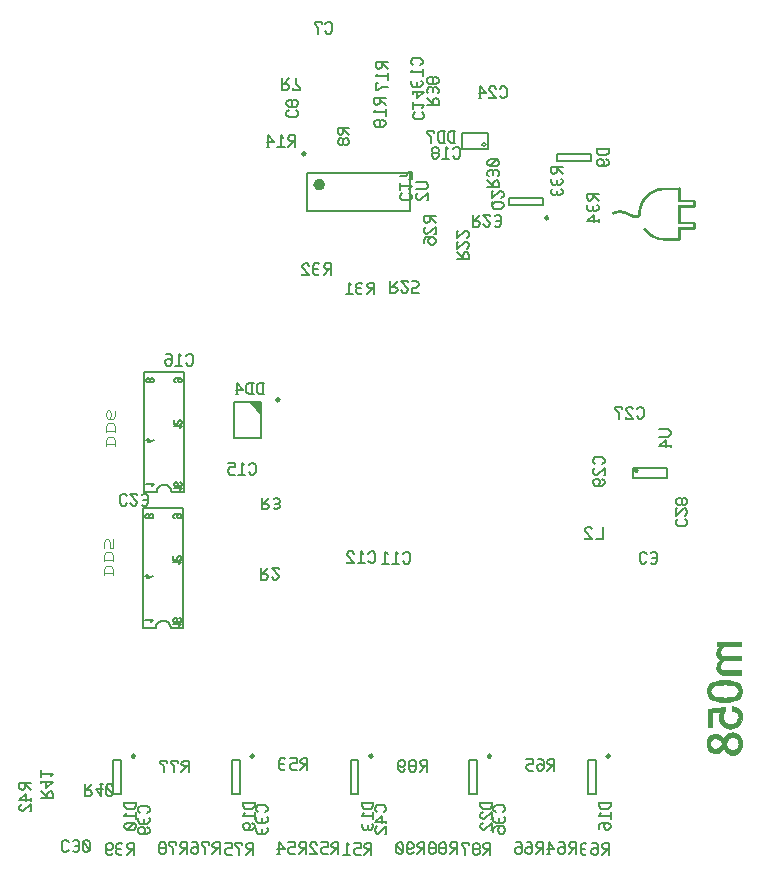
<source format=gbo>
G04 Generated by Ultiboard 14.1 *
%FSLAX25Y25*%
%MOIN*%

%ADD10C,0.00001*%
%ADD11C,0.00612*%
%ADD12C,0.00787*%
%ADD13C,0.01969*%
%ADD14C,0.00984*%
%ADD15C,0.00800*%
%ADD16C,0.00004*%
%ADD17C,0.00500*%


G04 ColorRGB FF14FF for the following layer *
%LNSilkscreen Bottom*%
%LPD*%
G54D10*
G54D11*
X199079Y280049D02*
X199079Y278481D01*
X198291Y277697D01*
X195929Y277697D01*
X195142Y278481D01*
X195142Y280049D01*
X195142Y279657D02*
X199079Y279657D01*
X198291Y276521D02*
X199079Y275738D01*
X199079Y274954D01*
X198291Y274170D01*
X196717Y274170D01*
X195929Y274170D01*
X195142Y274954D01*
X195142Y275738D01*
X195929Y276521D01*
X196717Y276521D01*
X197504Y275738D01*
X197504Y274954D01*
X196717Y274170D01*
X134939Y268706D02*
X138089Y268706D01*
X138876Y267923D01*
X138876Y267139D01*
X138089Y266355D01*
X134939Y266355D01*
X135726Y265179D02*
X134939Y264395D01*
X134939Y263611D01*
X135726Y262827D01*
X136120Y262827D01*
X138876Y265179D01*
X138876Y262827D01*
X138482Y262827D01*
X41599Y62293D02*
X41599Y60725D01*
X40812Y59941D01*
X38450Y59941D01*
X37662Y60725D01*
X37662Y62293D01*
X37662Y61901D02*
X41599Y61901D01*
X38450Y58374D02*
X37662Y57590D01*
X41599Y57590D01*
X41599Y58766D02*
X41599Y56414D01*
X38450Y55238D02*
X37662Y54454D01*
X37662Y53670D01*
X38450Y52886D01*
X40812Y52886D01*
X41599Y53670D01*
X41599Y54454D01*
X40812Y55238D01*
X38450Y55238D01*
X38450Y52886D02*
X40812Y55238D01*
X215827Y186317D02*
X218976Y186317D01*
X219764Y185533D01*
X219764Y184749D01*
X218976Y183965D01*
X215827Y183965D01*
X218189Y180437D02*
X218189Y182789D01*
X215827Y180829D01*
X219764Y180829D01*
X219764Y181221D02*
X219764Y180437D01*
X38523Y164047D02*
X37739Y164835D01*
X36955Y164835D01*
X36171Y164047D01*
X36171Y161685D01*
X36955Y160898D01*
X37739Y160898D01*
X38523Y161685D01*
X39699Y161685D02*
X40483Y160898D01*
X41267Y160898D01*
X42051Y161685D01*
X42051Y162079D01*
X39699Y164835D01*
X42051Y164835D01*
X42051Y164441D01*
X43619Y161291D02*
X44010Y160898D01*
X44794Y160898D01*
X45578Y161685D01*
X45578Y162472D01*
X45186Y162866D01*
X45578Y163260D01*
X45578Y164047D01*
X44794Y164835D01*
X44010Y164835D01*
X43619Y164441D01*
X44010Y162866D02*
X45186Y162866D01*
X160992Y259920D02*
X160205Y260703D01*
X160205Y261487D01*
X160992Y262271D01*
X163354Y262271D01*
X164142Y261487D01*
X164142Y260703D01*
X163354Y259920D01*
X160992Y259920D01*
X160992Y261487D02*
X160205Y262271D01*
X163354Y263447D02*
X164142Y264231D01*
X164142Y265015D01*
X163354Y265799D01*
X162961Y265799D01*
X160205Y263447D01*
X160205Y265799D01*
X160598Y265799D01*
X120717Y62293D02*
X120717Y60725D01*
X119930Y59941D01*
X117568Y59941D01*
X116780Y60725D01*
X116780Y62293D01*
X116780Y61901D02*
X120717Y61901D01*
X117568Y58374D02*
X116780Y57590D01*
X120717Y57590D01*
X120717Y58766D02*
X120717Y56414D01*
X117174Y54846D02*
X116780Y54454D01*
X116780Y53670D01*
X117568Y52886D01*
X118355Y52886D01*
X118749Y53278D01*
X119143Y52886D01*
X119930Y52886D01*
X120717Y53670D01*
X120717Y54454D01*
X120324Y54846D01*
X118749Y54454D02*
X118749Y53278D01*
X160276Y62293D02*
X160276Y60725D01*
X159489Y59941D01*
X157127Y59941D01*
X156339Y60725D01*
X156339Y62293D01*
X156339Y61901D02*
X160276Y61901D01*
X157127Y58766D02*
X156339Y57982D01*
X156339Y57198D01*
X157127Y56414D01*
X157521Y56414D01*
X160276Y58766D01*
X160276Y56414D01*
X159883Y56414D01*
X157127Y55238D02*
X156339Y54454D01*
X156339Y53670D01*
X157127Y52886D01*
X157521Y52886D01*
X160276Y55238D01*
X160276Y52886D01*
X159883Y52886D01*
X81158Y62293D02*
X81158Y60725D01*
X80371Y59941D01*
X78009Y59941D01*
X77221Y60725D01*
X77221Y62293D01*
X77221Y61901D02*
X81158Y61901D01*
X78009Y58374D02*
X77221Y57590D01*
X81158Y57590D01*
X81158Y58766D02*
X81158Y56414D01*
X80371Y55238D02*
X81158Y54454D01*
X81158Y53670D01*
X80371Y52886D01*
X78796Y52886D01*
X78009Y52886D01*
X77221Y53670D01*
X77221Y54454D01*
X78009Y55238D01*
X78796Y55238D01*
X79584Y54454D01*
X79584Y53670D01*
X78796Y52886D01*
X199836Y62293D02*
X199836Y60725D01*
X199048Y59941D01*
X196686Y59941D01*
X195899Y60725D01*
X195899Y62293D01*
X195899Y61901D02*
X199836Y61901D01*
X196686Y58374D02*
X195899Y57590D01*
X199836Y57590D01*
X199836Y58766D02*
X199836Y56414D01*
X195899Y53278D02*
X195899Y54454D01*
X196686Y55238D01*
X198261Y55238D01*
X199048Y55238D01*
X199836Y54454D01*
X199836Y53670D01*
X199048Y52886D01*
X198261Y52886D01*
X197473Y53670D01*
X197473Y54454D01*
X198261Y55238D01*
X148018Y281906D02*
X146450Y281906D01*
X145666Y282693D01*
X145666Y285055D01*
X146450Y285843D01*
X148018Y285843D01*
X147626Y285843D02*
X147626Y281906D01*
X144490Y281906D02*
X142922Y281906D01*
X142138Y282693D01*
X142138Y285055D01*
X142922Y285843D01*
X144490Y285843D01*
X144098Y285843D02*
X144098Y281906D01*
X139787Y281906D02*
X139787Y283874D01*
X138611Y285055D01*
X138611Y285843D01*
X140962Y285843D01*
X140962Y285055D01*
X79146Y172079D02*
X79930Y171291D01*
X80714Y171291D01*
X81498Y172079D01*
X81498Y174441D01*
X80714Y175228D01*
X79930Y175228D01*
X79146Y174441D01*
X77578Y174441D02*
X76794Y175228D01*
X76794Y171291D01*
X77970Y171291D02*
X75619Y171291D01*
X72091Y175228D02*
X74443Y175228D01*
X74443Y173654D01*
X72875Y173654D01*
X72091Y172866D01*
X72091Y172079D01*
X72875Y171291D01*
X74443Y171291D01*
X84269Y198000D02*
X82702Y198000D01*
X81918Y198787D01*
X81918Y201150D01*
X82702Y201937D01*
X84269Y201937D01*
X83878Y201937D02*
X83878Y198000D01*
X80742Y198000D02*
X79174Y198000D01*
X78390Y198787D01*
X78390Y201150D01*
X79174Y201937D01*
X80742Y201937D01*
X80350Y201937D02*
X80350Y198000D01*
X74863Y199575D02*
X77214Y199575D01*
X75255Y201937D01*
X75255Y198000D01*
X75647Y198000D02*
X74863Y198000D01*
X58233Y208362D02*
X59017Y207575D01*
X59801Y207575D01*
X60584Y208362D01*
X60584Y210724D01*
X59801Y211512D01*
X59017Y211512D01*
X58233Y210724D01*
X56665Y210724D02*
X55881Y211512D01*
X55881Y207575D01*
X57057Y207575D02*
X54705Y207575D01*
X51570Y211512D02*
X52745Y211512D01*
X53529Y210724D01*
X53529Y209150D01*
X53529Y208362D01*
X52745Y207575D01*
X51962Y207575D01*
X51178Y208362D01*
X51178Y209150D01*
X51962Y209937D01*
X52745Y209937D01*
X53529Y209150D01*
X162800Y297559D02*
X163584Y296772D01*
X164367Y296772D01*
X165151Y297559D01*
X165151Y299921D01*
X164367Y300709D01*
X163584Y300709D01*
X162800Y299921D01*
X161624Y299921D02*
X160840Y300709D01*
X160056Y300709D01*
X159272Y299921D01*
X159272Y299528D01*
X161624Y296772D01*
X159272Y296772D01*
X159272Y297165D01*
X155745Y298346D02*
X158096Y298346D01*
X156136Y300709D01*
X156136Y296772D01*
X156528Y296772D02*
X155745Y296772D01*
G54D12*
X193173Y278193D02*
X193173Y275634D01*
X181756Y275634D02*
X181756Y278193D01*
X193173Y278193D01*
X193173Y275634D02*
X181756Y275634D01*
X132970Y271870D02*
X132970Y259272D01*
X98719Y259272D02*
X98719Y271870D01*
X132970Y271870D01*
X132970Y259272D02*
X98719Y259272D01*
X36535Y64787D02*
X33976Y64787D01*
X33976Y76205D02*
X36535Y76205D01*
X36535Y64787D01*
X33976Y64787D02*
X33976Y76205D01*
X218611Y173527D02*
X218611Y170181D01*
X207193Y170181D02*
X207193Y173527D01*
X218611Y173527D01*
X218611Y170181D02*
X207193Y170181D01*
X165882Y261020D02*
X165882Y263579D01*
X177299Y263579D02*
X177299Y261020D01*
X165882Y261020D01*
X165882Y263579D02*
X177299Y263579D01*
X115654Y64787D02*
X113094Y64787D01*
X113094Y76205D02*
X115654Y76205D01*
X115654Y64787D01*
X113094Y64787D02*
X113094Y76205D01*
X155213Y64787D02*
X152654Y64787D01*
X152654Y76205D02*
X155213Y76205D01*
X155213Y64787D01*
X152654Y64787D02*
X152654Y76205D01*
X76094Y64787D02*
X73535Y64787D01*
X73535Y76205D02*
X76094Y76205D01*
X76094Y64787D01*
X73535Y64787D02*
X73535Y76205D01*
X194772Y64787D02*
X192213Y64787D01*
X192213Y76205D02*
X194772Y76205D01*
X194772Y64787D01*
X192213Y64787D02*
X192213Y76205D01*
X83348Y183573D02*
X74293Y183573D01*
X74293Y195384D02*
X83348Y195384D01*
X83348Y183573D01*
X82561Y195384D02*
X83348Y194596D01*
X81774Y195384D02*
X83348Y193809D01*
X80986Y195384D02*
X83348Y193022D01*
X80199Y195384D02*
X83348Y192234D01*
X79411Y195384D02*
X83348Y191447D01*
X74293Y183573D02*
X74293Y195384D01*
G54D13*
X101671Y267933D02*
G75*
D01*
G02X101671Y267933I985J0*
G01*
G54D14*
X97045Y278169D02*
G75*
D01*
G02X97045Y278169I492J0*
G01*
X40276Y77386D02*
G75*
D01*
G02X40276Y77386I492J0*
G01*
X207811Y172598D02*
G75*
D01*
G02X207811Y172598I493J0*
G01*
X177988Y256787D02*
G75*
D01*
G02X177988Y256787I492J0*
G01*
X119394Y77386D02*
G75*
D01*
G02X119394Y77386I492J0*
G01*
X158953Y77386D02*
G75*
D01*
G02X158953Y77386I492J0*
G01*
X79835Y77386D02*
G75*
D01*
G02X79835Y77386I492J0*
G01*
X198512Y77386D02*
G75*
D01*
G02X198512Y77386I492J0*
G01*
X88368Y196171D02*
G75*
D01*
G02X88368Y196171I492J0*
G01*
G54D15*
X125441Y308789D02*
X121504Y308789D01*
X121504Y307221D01*
X122291Y306437D01*
X122685Y306437D01*
X123472Y307221D01*
X123472Y308789D01*
X123472Y308397D02*
X125441Y306437D01*
X122291Y304870D02*
X121504Y304086D01*
X125441Y304086D01*
X125441Y305262D02*
X125441Y302910D01*
X125441Y300558D02*
X123472Y300558D01*
X122291Y299382D01*
X121504Y299382D01*
X121504Y301734D01*
X122291Y301734D01*
X120821Y231346D02*
X120821Y235283D01*
X119253Y235283D01*
X118469Y234496D01*
X118469Y234102D01*
X119253Y233315D01*
X120821Y233315D01*
X120429Y233315D02*
X118469Y231346D01*
X116901Y234890D02*
X116509Y235283D01*
X115725Y235283D01*
X114941Y234496D01*
X114941Y233709D01*
X115333Y233315D01*
X114941Y232921D01*
X114941Y232134D01*
X115725Y231346D01*
X116509Y231346D01*
X116901Y231740D01*
X116509Y233315D02*
X115333Y233315D01*
X113374Y234496D02*
X112590Y235283D01*
X112590Y231346D01*
X113766Y231346D02*
X111414Y231346D01*
X130339Y265027D02*
X129551Y264243D01*
X129551Y263459D01*
X130339Y262675D01*
X132701Y262675D01*
X133488Y263459D01*
X133488Y264243D01*
X132701Y265027D01*
X132701Y266595D02*
X133488Y267379D01*
X129551Y267379D01*
X129551Y266203D02*
X129551Y268555D01*
X129551Y270906D02*
X131520Y270906D01*
X132701Y272082D01*
X133488Y272082D01*
X133488Y269731D01*
X132701Y269731D01*
X195740Y264947D02*
X191803Y264947D01*
X191803Y263379D01*
X192591Y262595D01*
X192984Y262595D01*
X193772Y263379D01*
X193772Y264947D01*
X193772Y264555D02*
X195740Y262595D01*
X192197Y261027D02*
X191803Y260635D01*
X191803Y259851D01*
X192591Y259067D01*
X193378Y259067D01*
X193772Y259459D01*
X194165Y259067D01*
X194953Y259067D01*
X195740Y259851D01*
X195740Y260635D01*
X195346Y261027D01*
X193772Y260635D02*
X193772Y259459D01*
X194165Y255540D02*
X194165Y257892D01*
X191803Y255932D01*
X195740Y255932D01*
X195740Y256324D02*
X195740Y255540D01*
X211758Y144674D02*
X210974Y145461D01*
X210190Y145461D01*
X209407Y144674D01*
X209407Y142312D01*
X210190Y141524D01*
X210974Y141524D01*
X211758Y142312D01*
X213326Y141918D02*
X213718Y141524D01*
X214502Y141524D01*
X215285Y142312D01*
X215285Y143099D01*
X214893Y143493D01*
X215285Y143886D01*
X215285Y144674D01*
X214502Y145461D01*
X213718Y145461D01*
X213326Y145068D01*
X213718Y143493D02*
X214893Y143493D01*
X40931Y44496D02*
X40931Y48433D01*
X39363Y48433D01*
X38579Y47646D01*
X38579Y47252D01*
X39363Y46465D01*
X40931Y46465D01*
X40539Y46465D02*
X38579Y44496D01*
X37011Y48039D02*
X36619Y48433D01*
X35836Y48433D01*
X35052Y47646D01*
X35052Y46858D01*
X35444Y46465D01*
X35052Y46071D01*
X35052Y45283D01*
X35836Y44496D01*
X36619Y44496D01*
X37011Y44890D01*
X36619Y46465D02*
X35444Y46465D01*
X33876Y45283D02*
X33092Y44496D01*
X32308Y44496D01*
X31524Y45283D01*
X31524Y46858D01*
X31524Y47646D01*
X32308Y48433D01*
X33092Y48433D01*
X33876Y47646D01*
X33876Y46858D01*
X33092Y46071D01*
X32308Y46071D01*
X31524Y46858D01*
X10031Y63364D02*
X13969Y63364D01*
X13969Y64932D01*
X13181Y65716D01*
X12787Y65716D01*
X12000Y64932D01*
X12000Y63364D01*
X12000Y63756D02*
X10031Y65716D01*
X11606Y69244D02*
X11606Y66892D01*
X13969Y68852D01*
X10031Y68852D01*
X10031Y68460D02*
X10031Y69244D01*
X13181Y70811D02*
X13969Y71595D01*
X10031Y71595D01*
X10031Y70420D02*
X10031Y72771D01*
X24545Y68016D02*
X24545Y64079D01*
X26113Y64079D01*
X26897Y64866D01*
X26897Y65260D01*
X26113Y66047D01*
X24545Y66047D01*
X24937Y66047D02*
X26897Y68016D01*
X30425Y66441D02*
X28073Y66441D01*
X30033Y64079D01*
X30033Y68016D01*
X29641Y68016D02*
X30425Y68016D01*
X31601Y64866D02*
X32385Y64079D01*
X33168Y64079D01*
X33952Y64866D01*
X33952Y67228D01*
X33168Y68016D01*
X32385Y68016D01*
X31601Y67228D01*
X31601Y64866D01*
X33952Y64866D02*
X31601Y67228D01*
X208406Y190724D02*
X209190Y189937D01*
X209974Y189937D01*
X210758Y190724D01*
X210758Y193087D01*
X209974Y193874D01*
X209190Y193874D01*
X208406Y193087D01*
X207230Y193087D02*
X206447Y193874D01*
X205663Y193874D01*
X204879Y193087D01*
X204879Y192693D01*
X207230Y189937D01*
X204879Y189937D01*
X204879Y190331D01*
X202527Y189937D02*
X202527Y191906D01*
X201352Y193087D01*
X201352Y193874D01*
X203703Y193874D01*
X203703Y193087D01*
X222220Y156444D02*
X221433Y155660D01*
X221433Y154877D01*
X222220Y154093D01*
X224583Y154093D01*
X225370Y154877D01*
X225370Y155660D01*
X224583Y156444D01*
X224583Y157620D02*
X225370Y158404D01*
X225370Y159188D01*
X224583Y159972D01*
X224189Y159972D01*
X221433Y157620D01*
X221433Y159972D01*
X221827Y159972D01*
X221433Y162715D02*
X221433Y161931D01*
X222220Y161147D01*
X223008Y161147D01*
X223402Y161539D01*
X223795Y161147D01*
X224583Y161147D01*
X225370Y161931D01*
X225370Y162715D01*
X224583Y163499D01*
X223795Y163499D01*
X223402Y163107D01*
X223008Y163499D01*
X222220Y163499D01*
X221433Y162715D01*
X223402Y161539D02*
X223402Y163107D01*
X197151Y153811D02*
X197151Y149874D01*
X194800Y149874D01*
X193624Y153024D02*
X192840Y153811D01*
X192056Y153811D01*
X191273Y153024D01*
X191273Y152630D01*
X193624Y149874D01*
X191273Y149874D01*
X191273Y150268D01*
X43979Y160094D02*
X43979Y120094D01*
X57312Y120094D02*
X57312Y160094D01*
X53146Y120094D02*
X53136Y120312D01*
X53108Y120529D01*
X53061Y120742D01*
X52995Y120950D01*
X52912Y121151D01*
X52811Y121344D01*
X52694Y121528D01*
X52561Y121701D01*
X52414Y121862D01*
X52253Y122010D01*
X52080Y122142D01*
X51896Y122260D01*
X51702Y122360D01*
X51501Y122444D01*
X51293Y122509D01*
X51080Y122557D01*
X50864Y122585D01*
X50646Y122594D01*
X50428Y122585D01*
X50212Y122557D01*
X49999Y122509D01*
X49791Y122444D01*
X49589Y122360D01*
X49396Y122260D01*
X49212Y122142D01*
X49039Y122010D01*
X48878Y121862D01*
X48731Y121701D01*
X48598Y121528D01*
X48481Y121344D01*
X48380Y121151D01*
X48297Y120950D01*
X48231Y120742D01*
X48184Y120529D01*
X48155Y120312D01*
X48146Y120094D01*
X55979Y122094D02*
X56037Y122097D01*
X56095Y122104D01*
X56151Y122117D01*
X56207Y122135D01*
X56261Y122157D01*
X56312Y122184D01*
X56361Y122215D01*
X56407Y122250D01*
X56450Y122290D01*
X56490Y122333D01*
X56525Y122379D01*
X56556Y122428D01*
X56583Y122479D01*
X56605Y122533D01*
X56623Y122588D01*
X56635Y122645D01*
X56643Y122703D01*
X56646Y122761D01*
X56643Y122819D01*
X56635Y122877D01*
X56623Y122934D01*
X56605Y122989D01*
X56583Y123043D01*
X56556Y123094D01*
X56525Y123143D01*
X56490Y123190D01*
X56450Y123232D01*
X56407Y123272D01*
X56361Y123307D01*
X56312Y123338D01*
X56261Y123365D01*
X56207Y123387D01*
X56151Y123405D01*
X56095Y123418D01*
X56037Y123425D01*
X55979Y123428D01*
X44646Y122761D02*
X47312Y122761D01*
X46646Y122094D01*
X54646Y123428D02*
X54588Y123425D01*
X54530Y123418D01*
X54473Y123405D01*
X54418Y123387D01*
X54364Y123365D01*
X54312Y123338D01*
X54263Y123307D01*
X54217Y123272D01*
X54174Y123232D01*
X54135Y123190D01*
X54100Y123143D01*
X54068Y123094D01*
X54042Y123043D01*
X54019Y122989D01*
X54002Y122934D01*
X53989Y122877D01*
X53982Y122819D01*
X53979Y122761D01*
X53982Y122703D01*
X53989Y122645D01*
X54002Y122588D01*
X54019Y122533D01*
X54042Y122479D01*
X54068Y122428D01*
X54100Y122379D01*
X54135Y122333D01*
X54174Y122290D01*
X54217Y122250D01*
X54263Y122215D01*
X54312Y122184D01*
X54364Y122157D01*
X54418Y122135D01*
X54473Y122117D01*
X54530Y122104D01*
X54588Y122097D01*
X54646Y122094D01*
X54704Y122097D01*
X54762Y122104D01*
X54818Y122117D01*
X54874Y122135D01*
X54928Y122157D01*
X54979Y122184D01*
X55028Y122215D01*
X55074Y122250D01*
X55117Y122290D01*
X55156Y122333D01*
X55192Y122379D01*
X55223Y122428D01*
X55250Y122479D01*
X55272Y122533D01*
X55290Y122588D01*
X55302Y122645D01*
X55310Y122703D01*
X55312Y122761D01*
X55310Y122819D01*
X55302Y122877D01*
X55290Y122934D01*
X55272Y122989D01*
X55250Y123043D01*
X55223Y123094D01*
X55192Y123143D01*
X55156Y123190D01*
X55117Y123232D01*
X55074Y123272D01*
X55028Y123307D01*
X54979Y123338D01*
X54928Y123365D01*
X54874Y123387D01*
X54818Y123405D01*
X54762Y123418D01*
X54704Y123425D01*
X54646Y123428D01*
X53146Y120094D02*
X57312Y120094D01*
X53979Y121428D02*
X56646Y121428D01*
X54646Y122094D02*
X55979Y122094D01*
X43979Y120094D02*
X48146Y120094D01*
X56646Y121428D02*
X55979Y120761D01*
X45312Y138094D02*
X45312Y136761D01*
X45979Y136761D02*
X47312Y137428D01*
X45312Y136761D02*
X45979Y136761D01*
X44646Y137428D02*
X45979Y137428D01*
X55979Y142761D02*
X56037Y142764D01*
X56095Y142771D01*
X56151Y142784D01*
X56207Y142801D01*
X56261Y142824D01*
X56312Y142851D01*
X56361Y142882D01*
X56407Y142917D01*
X56450Y142957D01*
X56490Y142999D01*
X56525Y143046D01*
X56556Y143095D01*
X56583Y143146D01*
X56605Y143200D01*
X56623Y143255D01*
X56635Y143312D01*
X56643Y143370D01*
X56646Y143428D01*
X56643Y143486D01*
X56635Y143544D01*
X56623Y143600D01*
X56605Y143656D01*
X56583Y143710D01*
X56556Y143761D01*
X56525Y143810D01*
X56490Y143856D01*
X56450Y143899D01*
X56407Y143939D01*
X56361Y143974D01*
X56312Y144005D01*
X56261Y144032D01*
X56207Y144054D01*
X56151Y144072D01*
X56095Y144084D01*
X56037Y144092D01*
X55979Y144095D01*
X55921Y144092D01*
X55863Y144084D01*
X55806Y144072D01*
X55751Y144054D01*
X55697Y144032D01*
X55646Y144005D01*
X55596Y143974D01*
X55550Y143939D01*
X55507Y143899D01*
X55468Y143856D01*
X55433Y143810D01*
X55402Y143761D01*
X55375Y143710D01*
X55352Y143656D01*
X55335Y143600D01*
X55322Y143544D01*
X55315Y143486D01*
X55312Y143428D01*
X56646Y142094D02*
X53979Y142094D01*
X54646Y142761D02*
X54704Y142764D01*
X54762Y142771D01*
X54818Y142784D01*
X54874Y142801D01*
X54928Y142824D01*
X54979Y142851D01*
X55028Y142882D01*
X55074Y142917D01*
X55117Y142957D01*
X55156Y142999D01*
X55192Y143046D01*
X55223Y143095D01*
X55250Y143146D01*
X55272Y143200D01*
X55290Y143255D01*
X55302Y143312D01*
X55310Y143370D01*
X55312Y143428D01*
X53979Y144094D02*
X53979Y142761D01*
X54646Y142761D01*
X55979Y141428D02*
X56646Y142094D01*
X57312Y160094D02*
X43979Y160094D01*
X55979Y158094D02*
X54646Y158094D01*
X55979Y158095D02*
X55921Y158092D01*
X55863Y158084D01*
X55806Y158072D01*
X55751Y158054D01*
X55697Y158032D01*
X55646Y158005D01*
X55596Y157974D01*
X55550Y157939D01*
X55507Y157899D01*
X55468Y157856D01*
X55433Y157810D01*
X55402Y157761D01*
X55375Y157710D01*
X55352Y157656D01*
X55335Y157600D01*
X55322Y157544D01*
X55315Y157486D01*
X55312Y157428D01*
X55315Y157370D01*
X55322Y157312D01*
X55335Y157255D01*
X55352Y157200D01*
X55375Y157146D01*
X55402Y157095D01*
X55433Y157046D01*
X55468Y156999D01*
X55507Y156957D01*
X55550Y156917D01*
X55596Y156882D01*
X55646Y156851D01*
X55697Y156824D01*
X55751Y156801D01*
X55806Y156784D01*
X55863Y156771D01*
X55921Y156764D01*
X55979Y156761D01*
X56037Y156764D01*
X56095Y156771D01*
X56151Y156784D01*
X56207Y156801D01*
X56261Y156824D01*
X56312Y156851D01*
X56361Y156882D01*
X56407Y156917D01*
X56450Y156957D01*
X56490Y156999D01*
X56525Y157046D01*
X56556Y157095D01*
X56583Y157146D01*
X56605Y157200D01*
X56623Y157255D01*
X56635Y157312D01*
X56643Y157370D01*
X56646Y157428D01*
X56643Y157486D01*
X56635Y157544D01*
X56623Y157600D01*
X56605Y157656D01*
X56583Y157710D01*
X56556Y157761D01*
X56525Y157810D01*
X56490Y157856D01*
X56450Y157899D01*
X56407Y157939D01*
X56361Y157974D01*
X56312Y158005D01*
X56261Y158032D01*
X56207Y158054D01*
X56151Y158072D01*
X56095Y158084D01*
X56037Y158092D01*
X55979Y158095D01*
X45312Y158095D02*
X45254Y158092D01*
X45197Y158084D01*
X45140Y158072D01*
X45084Y158054D01*
X45031Y158032D01*
X44979Y158005D01*
X44930Y157974D01*
X44884Y157939D01*
X44841Y157899D01*
X44802Y157856D01*
X44766Y157810D01*
X44735Y157761D01*
X44708Y157710D01*
X44686Y157656D01*
X44668Y157600D01*
X44656Y157544D01*
X44648Y157486D01*
X44646Y157428D01*
X44648Y157370D01*
X44656Y157312D01*
X44668Y157255D01*
X44686Y157200D01*
X44708Y157146D01*
X44735Y157095D01*
X44766Y157046D01*
X44802Y156999D01*
X44841Y156957D01*
X44884Y156917D01*
X44930Y156882D01*
X44979Y156851D01*
X45031Y156824D01*
X45084Y156801D01*
X45140Y156784D01*
X45197Y156771D01*
X45254Y156764D01*
X45312Y156761D01*
X45370Y156764D01*
X45428Y156771D01*
X45485Y156784D01*
X45540Y156801D01*
X45594Y156824D01*
X45646Y156851D01*
X45695Y156882D01*
X45741Y156917D01*
X45784Y156957D01*
X45823Y156999D01*
X45858Y157046D01*
X45890Y157095D01*
X45917Y157146D01*
X45939Y157200D01*
X45956Y157255D01*
X45969Y157312D01*
X45976Y157370D01*
X45979Y157428D01*
X45976Y157486D01*
X45969Y157544D01*
X45956Y157600D01*
X45939Y157656D01*
X45917Y157710D01*
X45890Y157761D01*
X45858Y157810D01*
X45823Y157856D01*
X45784Y157899D01*
X45741Y157939D01*
X45695Y157974D01*
X45646Y158005D01*
X45594Y158032D01*
X45540Y158054D01*
X45485Y158072D01*
X45428Y158084D01*
X45370Y158092D01*
X45312Y158095D01*
X46646Y158095D02*
X46588Y158092D01*
X46530Y158084D01*
X46473Y158072D01*
X46418Y158054D01*
X46364Y158032D01*
X46312Y158005D01*
X46263Y157974D01*
X46217Y157939D01*
X46174Y157899D01*
X46135Y157856D01*
X46100Y157810D01*
X46068Y157761D01*
X46042Y157710D01*
X46019Y157656D01*
X46002Y157600D01*
X45989Y157544D01*
X45982Y157486D01*
X45979Y157428D01*
X45982Y157370D01*
X45989Y157312D01*
X46002Y157255D01*
X46019Y157200D01*
X46042Y157146D01*
X46068Y157095D01*
X46100Y157046D01*
X46135Y156999D01*
X46174Y156957D01*
X46217Y156917D01*
X46263Y156882D01*
X46312Y156851D01*
X46364Y156824D01*
X46418Y156801D01*
X46473Y156784D01*
X46530Y156771D01*
X46588Y156764D01*
X46646Y156761D01*
X46704Y156764D01*
X46762Y156771D01*
X46818Y156784D01*
X46874Y156801D01*
X46928Y156824D01*
X46979Y156851D01*
X47028Y156882D01*
X47074Y156917D01*
X47117Y156957D01*
X47156Y156999D01*
X47192Y157046D01*
X47223Y157095D01*
X47250Y157146D01*
X47272Y157200D01*
X47290Y157255D01*
X47302Y157312D01*
X47310Y157370D01*
X47312Y157428D01*
X47310Y157486D01*
X47302Y157544D01*
X47290Y157600D01*
X47272Y157656D01*
X47250Y157710D01*
X47223Y157761D01*
X47192Y157810D01*
X47156Y157856D01*
X47117Y157899D01*
X47074Y157939D01*
X47028Y157974D01*
X46979Y158005D01*
X46928Y158032D01*
X46874Y158054D01*
X46818Y158072D01*
X46762Y158084D01*
X46704Y158092D01*
X46646Y158095D01*
X54646Y158095D02*
X54588Y158092D01*
X54530Y158084D01*
X54473Y158072D01*
X54418Y158054D01*
X54364Y158032D01*
X54312Y158005D01*
X54263Y157974D01*
X54217Y157939D01*
X54174Y157899D01*
X54135Y157856D01*
X54100Y157810D01*
X54068Y157761D01*
X54042Y157710D01*
X54019Y157656D01*
X54002Y157600D01*
X53989Y157544D01*
X53982Y157486D01*
X53979Y157428D01*
X53982Y157370D01*
X53989Y157312D01*
X54002Y157255D01*
X54019Y157200D01*
X54042Y157146D01*
X54068Y157095D01*
X54100Y157046D01*
X54135Y156999D01*
X54174Y156957D01*
X54217Y156917D01*
X54263Y156882D01*
X54312Y156851D01*
X54364Y156824D01*
X54418Y156801D01*
X54473Y156784D01*
X54530Y156771D01*
X54588Y156764D01*
X54646Y156761D01*
X44231Y205449D02*
X44231Y165449D01*
X57564Y165449D02*
X57564Y205449D01*
X53398Y165449D02*
X53388Y165667D01*
X53360Y165883D01*
X53313Y166096D01*
X53247Y166304D01*
X53164Y166505D01*
X53063Y166699D01*
X52946Y166883D01*
X52813Y167056D01*
X52666Y167217D01*
X52505Y167364D01*
X52332Y167497D01*
X52148Y167614D01*
X51954Y167715D01*
X51753Y167798D01*
X51545Y167864D01*
X51332Y167911D01*
X51116Y167939D01*
X50898Y167949D01*
X50680Y167939D01*
X50464Y167911D01*
X50251Y167864D01*
X50043Y167798D01*
X49841Y167715D01*
X49648Y167614D01*
X49464Y167497D01*
X49291Y167364D01*
X49130Y167217D01*
X48983Y167056D01*
X48850Y166883D01*
X48733Y166699D01*
X48632Y166505D01*
X48549Y166304D01*
X48483Y166096D01*
X48436Y165883D01*
X48407Y165667D01*
X48398Y165449D01*
X56231Y167449D02*
X56289Y167451D01*
X56347Y167459D01*
X56403Y167471D01*
X56459Y167489D01*
X56513Y167511D01*
X56564Y167538D01*
X56613Y167569D01*
X56659Y167605D01*
X56702Y167644D01*
X56742Y167687D01*
X56777Y167733D01*
X56808Y167782D01*
X56835Y167834D01*
X56857Y167887D01*
X56875Y167943D01*
X56887Y168000D01*
X56895Y168057D01*
X56898Y168115D01*
X56895Y168173D01*
X56887Y168231D01*
X56875Y168288D01*
X56857Y168343D01*
X56835Y168397D01*
X56808Y168449D01*
X56777Y168498D01*
X56742Y168544D01*
X56702Y168587D01*
X56659Y168626D01*
X56613Y168661D01*
X56564Y168693D01*
X56513Y168720D01*
X56459Y168742D01*
X56403Y168759D01*
X56347Y168772D01*
X56289Y168779D01*
X56231Y168782D01*
X44898Y168115D02*
X47564Y168115D01*
X46898Y167449D01*
X54898Y168782D02*
X54840Y168779D01*
X54782Y168772D01*
X54725Y168759D01*
X54670Y168742D01*
X54616Y168720D01*
X54564Y168693D01*
X54515Y168661D01*
X54469Y168626D01*
X54426Y168587D01*
X54387Y168544D01*
X54352Y168498D01*
X54320Y168449D01*
X54294Y168397D01*
X54271Y168343D01*
X54254Y168288D01*
X54241Y168231D01*
X54234Y168173D01*
X54231Y168115D01*
X54234Y168057D01*
X54241Y168000D01*
X54254Y167943D01*
X54271Y167887D01*
X54294Y167834D01*
X54320Y167782D01*
X54352Y167733D01*
X54387Y167687D01*
X54426Y167644D01*
X54469Y167605D01*
X54515Y167569D01*
X54564Y167538D01*
X54616Y167511D01*
X54670Y167489D01*
X54725Y167471D01*
X54782Y167459D01*
X54840Y167451D01*
X54898Y167449D01*
X54956Y167451D01*
X55014Y167459D01*
X55070Y167471D01*
X55126Y167489D01*
X55180Y167511D01*
X55231Y167538D01*
X55280Y167569D01*
X55326Y167605D01*
X55369Y167644D01*
X55408Y167687D01*
X55444Y167733D01*
X55475Y167782D01*
X55502Y167834D01*
X55524Y167887D01*
X55542Y167943D01*
X55554Y168000D01*
X55562Y168057D01*
X55564Y168115D01*
X55562Y168173D01*
X55554Y168231D01*
X55542Y168288D01*
X55524Y168343D01*
X55502Y168397D01*
X55475Y168449D01*
X55444Y168498D01*
X55408Y168544D01*
X55369Y168587D01*
X55326Y168626D01*
X55280Y168661D01*
X55231Y168693D01*
X55180Y168720D01*
X55126Y168742D01*
X55070Y168759D01*
X55014Y168772D01*
X54956Y168779D01*
X54898Y168782D01*
X53398Y165449D02*
X57564Y165449D01*
X54231Y166782D02*
X56898Y166782D01*
X54898Y167449D02*
X56231Y167449D01*
X44231Y165449D02*
X48398Y165449D01*
X56898Y166782D02*
X56231Y166115D01*
X45564Y183449D02*
X45564Y182115D01*
X46231Y182115D02*
X47564Y182782D01*
X45564Y182115D02*
X46231Y182115D01*
X44898Y182782D02*
X46231Y182782D01*
X56231Y188116D02*
X56289Y188118D01*
X56347Y188126D01*
X56403Y188138D01*
X56459Y188156D01*
X56513Y188178D01*
X56564Y188205D01*
X56613Y188236D01*
X56659Y188272D01*
X56702Y188311D01*
X56742Y188354D01*
X56777Y188400D01*
X56808Y188449D01*
X56835Y188501D01*
X56857Y188554D01*
X56875Y188610D01*
X56887Y188667D01*
X56895Y188724D01*
X56898Y188782D01*
X56895Y188840D01*
X56887Y188898D01*
X56875Y188955D01*
X56857Y189010D01*
X56835Y189064D01*
X56808Y189116D01*
X56777Y189165D01*
X56742Y189211D01*
X56702Y189254D01*
X56659Y189293D01*
X56613Y189328D01*
X56564Y189360D01*
X56513Y189386D01*
X56459Y189409D01*
X56403Y189426D01*
X56347Y189439D01*
X56289Y189446D01*
X56231Y189449D01*
X56173Y189446D01*
X56115Y189439D01*
X56058Y189426D01*
X56003Y189409D01*
X55949Y189386D01*
X55898Y189360D01*
X55848Y189328D01*
X55802Y189293D01*
X55759Y189254D01*
X55720Y189211D01*
X55685Y189165D01*
X55653Y189116D01*
X55627Y189064D01*
X55604Y189010D01*
X55587Y188955D01*
X55574Y188898D01*
X55567Y188840D01*
X55564Y188782D01*
X56898Y187449D02*
X54231Y187449D01*
X54898Y188116D02*
X54956Y188118D01*
X55014Y188126D01*
X55070Y188138D01*
X55126Y188156D01*
X55180Y188178D01*
X55231Y188205D01*
X55280Y188236D01*
X55326Y188272D01*
X55369Y188311D01*
X55408Y188354D01*
X55444Y188400D01*
X55475Y188449D01*
X55502Y188501D01*
X55524Y188554D01*
X55542Y188610D01*
X55554Y188667D01*
X55562Y188724D01*
X55564Y188782D01*
X54231Y189449D02*
X54231Y188115D01*
X54898Y188115D01*
X56231Y186782D02*
X56898Y187449D01*
X57564Y205449D02*
X44231Y205449D01*
X56231Y203449D02*
X54898Y203449D01*
X56231Y203449D02*
X56173Y203446D01*
X56115Y203439D01*
X56058Y203426D01*
X56003Y203409D01*
X55949Y203386D01*
X55898Y203360D01*
X55848Y203328D01*
X55802Y203293D01*
X55759Y203254D01*
X55720Y203211D01*
X55685Y203165D01*
X55653Y203116D01*
X55627Y203064D01*
X55604Y203010D01*
X55587Y202955D01*
X55574Y202898D01*
X55567Y202840D01*
X55564Y202782D01*
X55567Y202724D01*
X55574Y202667D01*
X55587Y202610D01*
X55604Y202554D01*
X55627Y202501D01*
X55653Y202449D01*
X55685Y202400D01*
X55720Y202354D01*
X55759Y202311D01*
X55802Y202272D01*
X55848Y202236D01*
X55898Y202205D01*
X55949Y202178D01*
X56003Y202156D01*
X56058Y202138D01*
X56115Y202126D01*
X56173Y202118D01*
X56231Y202116D01*
X56289Y202118D01*
X56347Y202126D01*
X56403Y202138D01*
X56459Y202156D01*
X56513Y202178D01*
X56564Y202205D01*
X56613Y202236D01*
X56659Y202272D01*
X56702Y202311D01*
X56742Y202354D01*
X56777Y202400D01*
X56808Y202449D01*
X56835Y202501D01*
X56857Y202554D01*
X56875Y202610D01*
X56887Y202667D01*
X56895Y202724D01*
X56898Y202782D01*
X56895Y202840D01*
X56887Y202898D01*
X56875Y202955D01*
X56857Y203010D01*
X56835Y203064D01*
X56808Y203116D01*
X56777Y203165D01*
X56742Y203211D01*
X56702Y203254D01*
X56659Y203293D01*
X56613Y203328D01*
X56564Y203360D01*
X56513Y203386D01*
X56459Y203409D01*
X56403Y203426D01*
X56347Y203439D01*
X56289Y203446D01*
X56231Y203449D01*
X45564Y203449D02*
X45506Y203446D01*
X45449Y203439D01*
X45392Y203426D01*
X45336Y203409D01*
X45283Y203386D01*
X45231Y203360D01*
X45182Y203328D01*
X45136Y203293D01*
X45093Y203254D01*
X45054Y203211D01*
X45018Y203165D01*
X44987Y203116D01*
X44960Y203064D01*
X44938Y203010D01*
X44920Y202955D01*
X44908Y202898D01*
X44900Y202840D01*
X44898Y202782D01*
X44900Y202724D01*
X44908Y202667D01*
X44920Y202610D01*
X44938Y202554D01*
X44960Y202501D01*
X44987Y202449D01*
X45018Y202400D01*
X45054Y202354D01*
X45093Y202311D01*
X45136Y202272D01*
X45182Y202236D01*
X45231Y202205D01*
X45283Y202178D01*
X45336Y202156D01*
X45392Y202138D01*
X45449Y202126D01*
X45506Y202118D01*
X45564Y202116D01*
X45622Y202118D01*
X45680Y202126D01*
X45737Y202138D01*
X45792Y202156D01*
X45846Y202178D01*
X45898Y202205D01*
X45947Y202236D01*
X45993Y202272D01*
X46036Y202311D01*
X46075Y202354D01*
X46110Y202400D01*
X46142Y202449D01*
X46169Y202501D01*
X46191Y202554D01*
X46208Y202610D01*
X46221Y202667D01*
X46228Y202724D01*
X46231Y202782D01*
X46228Y202840D01*
X46221Y202898D01*
X46208Y202955D01*
X46191Y203010D01*
X46169Y203064D01*
X46142Y203116D01*
X46110Y203165D01*
X46075Y203211D01*
X46036Y203254D01*
X45993Y203293D01*
X45947Y203328D01*
X45898Y203360D01*
X45846Y203386D01*
X45792Y203409D01*
X45737Y203426D01*
X45680Y203439D01*
X45622Y203446D01*
X45564Y203449D01*
X46898Y203449D02*
X46840Y203446D01*
X46782Y203439D01*
X46725Y203426D01*
X46670Y203409D01*
X46616Y203386D01*
X46564Y203360D01*
X46515Y203328D01*
X46469Y203293D01*
X46426Y203254D01*
X46387Y203211D01*
X46352Y203165D01*
X46320Y203116D01*
X46294Y203064D01*
X46271Y203010D01*
X46254Y202955D01*
X46241Y202898D01*
X46234Y202840D01*
X46231Y202782D01*
X46234Y202724D01*
X46241Y202667D01*
X46254Y202610D01*
X46271Y202554D01*
X46294Y202501D01*
X46320Y202449D01*
X46352Y202400D01*
X46387Y202354D01*
X46426Y202311D01*
X46469Y202272D01*
X46515Y202236D01*
X46564Y202205D01*
X46616Y202178D01*
X46670Y202156D01*
X46725Y202138D01*
X46782Y202126D01*
X46840Y202118D01*
X46898Y202116D01*
X46956Y202118D01*
X47014Y202126D01*
X47070Y202138D01*
X47126Y202156D01*
X47180Y202178D01*
X47231Y202205D01*
X47280Y202236D01*
X47326Y202272D01*
X47369Y202311D01*
X47408Y202354D01*
X47444Y202400D01*
X47475Y202449D01*
X47502Y202501D01*
X47524Y202554D01*
X47542Y202610D01*
X47554Y202667D01*
X47562Y202724D01*
X47564Y202782D01*
X47562Y202840D01*
X47554Y202898D01*
X47542Y202955D01*
X47524Y203010D01*
X47502Y203064D01*
X47475Y203116D01*
X47444Y203165D01*
X47408Y203211D01*
X47369Y203254D01*
X47326Y203293D01*
X47280Y203328D01*
X47231Y203360D01*
X47180Y203386D01*
X47126Y203409D01*
X47070Y203426D01*
X47014Y203439D01*
X46956Y203446D01*
X46898Y203449D01*
X54898Y203449D02*
X54840Y203446D01*
X54782Y203439D01*
X54725Y203426D01*
X54670Y203409D01*
X54616Y203386D01*
X54564Y203360D01*
X54515Y203328D01*
X54469Y203293D01*
X54426Y203254D01*
X54387Y203211D01*
X54352Y203165D01*
X54320Y203116D01*
X54294Y203064D01*
X54271Y203010D01*
X54254Y202955D01*
X54241Y202898D01*
X54234Y202840D01*
X54231Y202782D01*
X54234Y202724D01*
X54241Y202667D01*
X54254Y202610D01*
X54271Y202554D01*
X54294Y202501D01*
X54320Y202449D01*
X54352Y202400D01*
X54387Y202354D01*
X54426Y202311D01*
X54469Y202272D01*
X54515Y202236D01*
X54564Y202205D01*
X54616Y202178D01*
X54670Y202156D01*
X54725Y202138D01*
X54782Y202126D01*
X54840Y202118D01*
X54898Y202116D01*
X106443Y237811D02*
X106443Y241748D01*
X104875Y241748D01*
X104091Y240961D01*
X104091Y240567D01*
X104875Y239780D01*
X106443Y239780D01*
X106051Y239780D02*
X104091Y237811D01*
X102523Y241354D02*
X102131Y241748D01*
X101347Y241748D01*
X100563Y240961D01*
X100563Y240173D01*
X100955Y239780D01*
X100563Y239386D01*
X100563Y238598D01*
X101347Y237811D01*
X102131Y237811D01*
X102523Y238205D01*
X102131Y239780D02*
X100955Y239780D01*
X99388Y240961D02*
X98604Y241748D01*
X97820Y241748D01*
X97036Y240961D01*
X97036Y240567D01*
X99388Y237811D01*
X97036Y237811D01*
X97036Y238205D01*
X112677Y286852D02*
X108740Y286852D01*
X108740Y285284D01*
X109528Y284500D01*
X109921Y284500D01*
X110709Y285284D01*
X110709Y286852D01*
X110709Y286460D02*
X112677Y284500D01*
X112677Y281757D02*
X112677Y282541D01*
X111890Y283325D01*
X111102Y283325D01*
X110709Y282933D01*
X110315Y283325D01*
X109528Y283325D01*
X108740Y282541D01*
X108740Y281757D01*
X109528Y280973D01*
X110315Y280973D01*
X110709Y281365D01*
X111102Y280973D01*
X111890Y280973D01*
X112677Y281757D01*
X110709Y282933D02*
X110709Y281365D01*
X124772Y296679D02*
X120835Y296679D01*
X120835Y295111D01*
X121622Y294327D01*
X122016Y294327D01*
X122803Y295111D01*
X122803Y296679D01*
X122803Y296287D02*
X124772Y294327D01*
X121622Y292759D02*
X120835Y291976D01*
X124772Y291976D01*
X124772Y293151D02*
X124772Y290800D01*
X124772Y288056D02*
X124772Y288840D01*
X123984Y289624D01*
X123197Y289624D01*
X122803Y289232D01*
X122409Y289624D01*
X121622Y289624D01*
X120835Y288840D01*
X120835Y288056D01*
X121622Y287272D01*
X122409Y287272D01*
X122803Y287664D01*
X123197Y287272D01*
X123984Y287272D01*
X124772Y288056D01*
X122803Y289232D02*
X122803Y287664D01*
X138535Y294439D02*
X142472Y294439D01*
X142472Y296007D01*
X141685Y296791D01*
X141291Y296791D01*
X140504Y296007D01*
X140504Y294439D01*
X140504Y294831D02*
X138535Y296791D01*
X142079Y298359D02*
X142472Y298751D01*
X142472Y299535D01*
X141685Y300318D01*
X140898Y300318D01*
X140504Y299927D01*
X140110Y300318D01*
X139323Y300318D01*
X138535Y299535D01*
X138535Y298751D01*
X138929Y298359D01*
X140504Y298751D02*
X140504Y299927D01*
X138535Y303062D02*
X138535Y302278D01*
X139323Y301494D01*
X140110Y301494D01*
X140504Y301886D01*
X140898Y301494D01*
X141685Y301494D01*
X142472Y302278D01*
X142472Y303062D01*
X141685Y303846D01*
X140898Y303846D01*
X140504Y303454D01*
X140110Y303846D01*
X139323Y303846D01*
X138535Y303062D01*
X140504Y301886D02*
X140504Y303454D01*
X136331Y307682D02*
X137118Y308465D01*
X137118Y309249D01*
X136331Y310033D01*
X133969Y310033D01*
X133181Y309249D01*
X133181Y308465D01*
X133969Y307682D01*
X133969Y306114D02*
X133181Y305330D01*
X137118Y305330D01*
X137118Y306506D02*
X137118Y304154D01*
X133575Y302586D02*
X133181Y302194D01*
X133181Y301410D01*
X133969Y300626D01*
X134756Y300626D01*
X135150Y301018D01*
X135543Y300626D01*
X136331Y300626D01*
X137118Y301410D01*
X137118Y302194D01*
X136724Y302586D01*
X135150Y302194D02*
X135150Y301018D01*
X120049Y44496D02*
X120049Y48433D01*
X118481Y48433D01*
X117697Y47646D01*
X117697Y47252D01*
X118481Y46465D01*
X120049Y46465D01*
X119657Y46465D02*
X117697Y44496D01*
X114170Y48433D02*
X116521Y48433D01*
X116521Y46858D01*
X114954Y46858D01*
X114170Y46071D01*
X114170Y45283D01*
X114954Y44496D01*
X116521Y44496D01*
X112602Y47646D02*
X111818Y48433D01*
X111818Y44496D01*
X112994Y44496D02*
X110642Y44496D01*
X108962Y44748D02*
X108962Y48685D01*
X107395Y48685D01*
X106611Y47898D01*
X106611Y47504D01*
X107395Y46717D01*
X108962Y46717D01*
X108570Y46717D02*
X106611Y44748D01*
X103083Y48685D02*
X105435Y48685D01*
X105435Y47110D01*
X103867Y47110D01*
X103083Y46323D01*
X103083Y45535D01*
X103867Y44748D01*
X105435Y44748D01*
X101907Y47898D02*
X101123Y48685D01*
X100339Y48685D01*
X99556Y47898D01*
X99556Y47504D01*
X101907Y44748D01*
X99556Y44748D01*
X99556Y45142D01*
X98128Y44748D02*
X98128Y48685D01*
X96560Y48685D01*
X95776Y47898D01*
X95776Y47504D01*
X96560Y46717D01*
X98128Y46717D01*
X97736Y46717D02*
X95776Y44748D01*
X92248Y48685D02*
X94600Y48685D01*
X94600Y47110D01*
X93032Y47110D01*
X92248Y46323D01*
X92248Y45535D01*
X93032Y44748D01*
X94600Y44748D01*
X88721Y46323D02*
X91073Y46323D01*
X89113Y48685D01*
X89113Y44748D01*
X89505Y44748D02*
X88721Y44748D01*
X84677Y58682D02*
X85465Y59465D01*
X85465Y60249D01*
X84677Y61033D01*
X82315Y61033D01*
X81528Y60249D01*
X81528Y59465D01*
X82315Y58682D01*
X81921Y57114D02*
X81528Y56722D01*
X81528Y55938D01*
X82315Y55154D01*
X83102Y55154D01*
X83496Y55546D01*
X83890Y55154D01*
X84677Y55154D01*
X85465Y55938D01*
X85465Y56722D01*
X85071Y57114D01*
X83496Y56722D02*
X83496Y55546D01*
X81921Y53586D02*
X81528Y53194D01*
X81528Y52410D01*
X82315Y51626D01*
X83102Y51626D01*
X83496Y52018D01*
X83890Y51626D01*
X84677Y51626D01*
X85465Y52410D01*
X85465Y53194D01*
X85071Y53586D01*
X83496Y53194D02*
X83496Y52018D01*
X148521Y44748D02*
X148521Y48685D01*
X146954Y48685D01*
X146170Y47898D01*
X146170Y47504D01*
X146954Y46717D01*
X148521Y46717D01*
X148129Y46717D02*
X146170Y44748D01*
X143426Y44748D02*
X144210Y44748D01*
X144994Y45535D01*
X144994Y46323D01*
X144602Y46717D01*
X144994Y47110D01*
X144994Y47898D01*
X144210Y48685D01*
X143426Y48685D01*
X142642Y47898D01*
X142642Y47110D01*
X143034Y46717D01*
X142642Y46323D01*
X142642Y45535D01*
X143426Y44748D01*
X144602Y46717D02*
X143034Y46717D01*
X139899Y44748D02*
X140682Y44748D01*
X141466Y45535D01*
X141466Y46323D01*
X141074Y46717D01*
X141466Y47110D01*
X141466Y47898D01*
X140682Y48685D01*
X139899Y48685D01*
X139115Y47898D01*
X139115Y47110D01*
X139507Y46717D01*
X139115Y46323D01*
X139115Y45535D01*
X139899Y44748D01*
X141074Y46717D02*
X139507Y46717D01*
X137687Y44748D02*
X137687Y48685D01*
X136119Y48685D01*
X135335Y47898D01*
X135335Y47504D01*
X136119Y46717D01*
X137687Y46717D01*
X137295Y46717D02*
X135335Y44748D01*
X134159Y45535D02*
X133375Y44748D01*
X132591Y44748D01*
X131808Y45535D01*
X131808Y47110D01*
X131808Y47898D01*
X132591Y48685D01*
X133375Y48685D01*
X134159Y47898D01*
X134159Y47110D01*
X133375Y46323D01*
X132591Y46323D01*
X131808Y47110D01*
X130632Y47898D02*
X129848Y48685D01*
X129064Y48685D01*
X128280Y47898D01*
X128280Y45535D01*
X129064Y44748D01*
X129848Y44748D01*
X130632Y45535D01*
X130632Y47898D01*
X128280Y47898D02*
X130632Y45535D01*
X124236Y58682D02*
X125024Y59465D01*
X125024Y60249D01*
X124236Y61033D01*
X121874Y61033D01*
X121087Y60249D01*
X121087Y59465D01*
X121874Y58682D01*
X123449Y55154D02*
X123449Y57506D01*
X121087Y55546D01*
X125024Y55546D01*
X125024Y55938D02*
X125024Y55154D01*
X121874Y53978D02*
X121087Y53194D01*
X121087Y52410D01*
X121874Y51626D01*
X122268Y51626D01*
X125024Y53978D01*
X125024Y51626D01*
X124630Y51626D01*
X159608Y44496D02*
X159608Y48433D01*
X158040Y48433D01*
X157256Y47646D01*
X157256Y47252D01*
X158040Y46465D01*
X159608Y46465D01*
X159216Y46465D02*
X157256Y44496D01*
X154513Y44496D02*
X155297Y44496D01*
X156080Y45283D01*
X156080Y46071D01*
X155689Y46465D01*
X156080Y46858D01*
X156080Y47646D01*
X155297Y48433D01*
X154513Y48433D01*
X153729Y47646D01*
X153729Y46858D01*
X154121Y46465D01*
X153729Y46071D01*
X153729Y45283D01*
X154513Y44496D01*
X155689Y46465D02*
X154121Y46465D01*
X151377Y44496D02*
X151377Y46465D01*
X150201Y47646D01*
X150201Y48433D01*
X152553Y48433D01*
X152553Y47646D01*
X80490Y44496D02*
X80490Y48433D01*
X78922Y48433D01*
X78138Y47646D01*
X78138Y47252D01*
X78922Y46465D01*
X80490Y46465D01*
X80098Y46465D02*
X78138Y44496D01*
X75787Y44496D02*
X75787Y46465D01*
X74611Y47646D01*
X74611Y48433D01*
X76962Y48433D01*
X76962Y47646D01*
X71083Y48433D02*
X73435Y48433D01*
X73435Y46858D01*
X71867Y46858D01*
X71083Y46071D01*
X71083Y45283D01*
X71867Y44496D01*
X73435Y44496D01*
X69403Y44748D02*
X69403Y48685D01*
X67836Y48685D01*
X67052Y47898D01*
X67052Y47504D01*
X67836Y46717D01*
X69403Y46717D01*
X69011Y46717D02*
X67052Y44748D01*
X64700Y44748D02*
X64700Y46717D01*
X63524Y47898D01*
X63524Y48685D01*
X65876Y48685D01*
X65876Y47898D01*
X60388Y48685D02*
X61564Y48685D01*
X62348Y47898D01*
X62348Y46323D01*
X62348Y45535D01*
X61564Y44748D01*
X60780Y44748D01*
X59997Y45535D01*
X59997Y46323D01*
X60780Y47110D01*
X61564Y47110D01*
X62348Y46323D01*
X58569Y44748D02*
X58569Y48685D01*
X57001Y48685D01*
X56217Y47898D01*
X56217Y47504D01*
X57001Y46717D01*
X58569Y46717D01*
X58177Y46717D02*
X56217Y44748D01*
X53865Y44748D02*
X53865Y46717D01*
X52689Y47898D01*
X52689Y48685D01*
X55041Y48685D01*
X55041Y47898D01*
X49946Y44748D02*
X50730Y44748D01*
X51514Y45535D01*
X51514Y46323D01*
X51122Y46717D01*
X51514Y47110D01*
X51514Y47898D01*
X50730Y48685D01*
X49946Y48685D01*
X49162Y47898D01*
X49162Y47110D01*
X49554Y46717D01*
X49162Y46323D01*
X49162Y45535D01*
X49946Y44748D01*
X51122Y46717D02*
X49554Y46717D01*
X188080Y44748D02*
X188080Y48685D01*
X186513Y48685D01*
X185729Y47898D01*
X185729Y47504D01*
X186513Y46717D01*
X188080Y46717D01*
X187689Y46717D02*
X185729Y44748D01*
X182593Y48685D02*
X183769Y48685D01*
X184553Y47898D01*
X184553Y46323D01*
X184553Y45535D01*
X183769Y44748D01*
X182985Y44748D01*
X182201Y45535D01*
X182201Y46323D01*
X182985Y47110D01*
X183769Y47110D01*
X184553Y46323D01*
X178674Y46323D02*
X181025Y46323D01*
X179066Y48685D01*
X179066Y44748D01*
X179458Y44748D02*
X178674Y44748D01*
X177246Y44748D02*
X177246Y48685D01*
X175678Y48685D01*
X174894Y47898D01*
X174894Y47504D01*
X175678Y46717D01*
X177246Y46717D01*
X176854Y46717D02*
X174894Y44748D01*
X171759Y48685D02*
X172934Y48685D01*
X173718Y47898D01*
X173718Y46323D01*
X173718Y45535D01*
X172934Y44748D01*
X172150Y44748D01*
X171367Y45535D01*
X171367Y46323D01*
X172150Y47110D01*
X172934Y47110D01*
X173718Y46323D01*
X168231Y48685D02*
X169407Y48685D01*
X170191Y47898D01*
X170191Y46323D01*
X170191Y45535D01*
X169407Y44748D01*
X168623Y44748D01*
X167839Y45535D01*
X167839Y46323D01*
X168623Y47110D01*
X169407Y47110D01*
X170191Y46323D01*
X163795Y58682D02*
X164583Y59465D01*
X164583Y60249D01*
X163795Y61033D01*
X161433Y61033D01*
X160646Y60249D01*
X160646Y59465D01*
X161433Y58682D01*
X161039Y57114D02*
X160646Y56722D01*
X160646Y55938D01*
X161433Y55154D01*
X162220Y55154D01*
X162614Y55546D01*
X163008Y55154D01*
X163795Y55154D01*
X164583Y55938D01*
X164583Y56722D01*
X164189Y57114D01*
X162614Y56722D02*
X162614Y55546D01*
X160646Y52018D02*
X160646Y53194D01*
X161433Y53978D01*
X163008Y53978D01*
X163795Y53978D01*
X164583Y53194D01*
X164583Y52410D01*
X163795Y51626D01*
X163008Y51626D01*
X162220Y52410D01*
X162220Y53194D01*
X163008Y53978D01*
X199167Y44496D02*
X199167Y48433D01*
X197599Y48433D01*
X196815Y47646D01*
X196815Y47252D01*
X197599Y46465D01*
X199167Y46465D01*
X198775Y46465D02*
X196815Y44496D01*
X193680Y48433D02*
X194856Y48433D01*
X195640Y47646D01*
X195640Y46071D01*
X195640Y45283D01*
X194856Y44496D01*
X194072Y44496D01*
X193288Y45283D01*
X193288Y46071D01*
X194072Y46858D01*
X194856Y46858D01*
X195640Y46071D01*
X191720Y48039D02*
X191328Y48433D01*
X190544Y48433D01*
X189760Y47646D01*
X189760Y46858D01*
X190152Y46465D01*
X189760Y46071D01*
X189760Y45283D01*
X190544Y44496D01*
X191328Y44496D01*
X191720Y44890D01*
X191328Y46465D02*
X190152Y46465D01*
X141402Y257372D02*
X137465Y257372D01*
X137465Y255804D01*
X138252Y255020D01*
X138646Y255020D01*
X139433Y255804D01*
X139433Y257372D01*
X139433Y256980D02*
X141402Y255020D01*
X138252Y253844D02*
X137465Y253060D01*
X137465Y252276D01*
X138252Y251493D01*
X138646Y251493D01*
X141402Y253844D01*
X141402Y251493D01*
X141008Y251493D01*
X137465Y248357D02*
X137465Y249533D01*
X138252Y250317D01*
X139827Y250317D01*
X140614Y250317D01*
X141402Y249533D01*
X141402Y248749D01*
X140614Y247965D01*
X139827Y247965D01*
X139039Y248749D01*
X139039Y249533D01*
X139827Y250317D01*
X126376Y235890D02*
X126376Y231953D01*
X127944Y231953D01*
X128728Y232740D01*
X128728Y233134D01*
X127944Y233921D01*
X126376Y233921D01*
X126768Y233921D02*
X128728Y235890D01*
X129904Y232740D02*
X130688Y231953D01*
X131472Y231953D01*
X132255Y232740D01*
X132255Y233134D01*
X129904Y235890D01*
X132255Y235890D01*
X132255Y235496D01*
X135783Y231953D02*
X133431Y231953D01*
X133431Y233528D01*
X134999Y233528D01*
X135783Y234315D01*
X135783Y235102D01*
X134999Y235890D01*
X133431Y235890D01*
X148614Y243038D02*
X152551Y243038D01*
X152551Y244605D01*
X151764Y245389D01*
X151370Y245389D01*
X150583Y244605D01*
X150583Y243038D01*
X150583Y243430D02*
X148614Y245389D01*
X151764Y246565D02*
X152551Y247349D01*
X152551Y248133D01*
X151764Y248917D01*
X151370Y248917D01*
X148614Y246565D01*
X148614Y248917D01*
X149008Y248917D01*
X151764Y250093D02*
X152551Y250877D01*
X152551Y251661D01*
X151764Y252444D01*
X151370Y252444D01*
X148614Y250093D01*
X148614Y252444D01*
X149008Y252444D01*
X153841Y257811D02*
X153841Y253874D01*
X155409Y253874D01*
X156192Y254661D01*
X156192Y255055D01*
X155409Y255843D01*
X153841Y255843D01*
X154233Y255843D02*
X156192Y257811D01*
X157368Y254661D02*
X158152Y253874D01*
X158936Y253874D01*
X159720Y254661D01*
X159720Y255055D01*
X157368Y257811D01*
X159720Y257811D01*
X159720Y257417D01*
X161288Y254268D02*
X161680Y253874D01*
X162464Y253874D01*
X163248Y254661D01*
X163248Y255449D01*
X162856Y255843D01*
X163248Y256236D01*
X163248Y257024D01*
X162464Y257811D01*
X161680Y257811D01*
X161288Y257417D01*
X161680Y255843D02*
X162856Y255843D01*
X147178Y277402D02*
X147962Y276614D01*
X148745Y276614D01*
X149529Y277402D01*
X149529Y279764D01*
X148745Y280551D01*
X147962Y280551D01*
X147178Y279764D01*
X145610Y279764D02*
X144826Y280551D01*
X144826Y276614D01*
X146002Y276614D02*
X143650Y276614D01*
X140906Y276614D02*
X141690Y276614D01*
X142474Y277402D01*
X142474Y278189D01*
X142082Y278583D01*
X142474Y278976D01*
X142474Y279764D01*
X141690Y280551D01*
X140906Y280551D01*
X140122Y279764D01*
X140122Y278976D01*
X140514Y278583D01*
X140122Y278189D01*
X140122Y277402D01*
X140906Y276614D01*
X142082Y278583D02*
X140514Y278583D01*
X158693Y266975D02*
X162630Y266975D01*
X162630Y268542D01*
X161843Y269326D01*
X161449Y269326D01*
X160661Y268542D01*
X160661Y266975D01*
X160661Y267367D02*
X158693Y269326D01*
X162236Y270894D02*
X162630Y271286D01*
X162630Y272070D01*
X161843Y272854D01*
X161055Y272854D01*
X160661Y272462D01*
X160268Y272854D01*
X159480Y272854D01*
X158693Y272070D01*
X158693Y271286D01*
X159087Y270894D01*
X160661Y271286D02*
X160661Y272462D01*
X161843Y274030D02*
X162630Y274814D01*
X162630Y275598D01*
X161843Y276381D01*
X159480Y276381D01*
X158693Y275598D01*
X158693Y274814D01*
X159480Y274030D01*
X161843Y274030D01*
X161843Y276381D02*
X159480Y274030D01*
X159039Y279799D02*
X150378Y279799D01*
X150378Y285114D02*
X159039Y285114D01*
X159039Y285114D02*
X159039Y279799D01*
X150378Y279799D02*
X150378Y285114D01*
X183732Y273750D02*
X179795Y273750D01*
X179795Y272182D01*
X180583Y271398D01*
X180976Y271398D01*
X181764Y272182D01*
X181764Y273750D01*
X181764Y273358D02*
X183732Y271398D01*
X180189Y269830D02*
X179795Y269438D01*
X179795Y268654D01*
X180583Y267871D01*
X181370Y267871D01*
X181764Y268262D01*
X182157Y267871D01*
X182945Y267871D01*
X183732Y268654D01*
X183732Y269438D01*
X183339Y269830D01*
X181764Y269438D02*
X181764Y268262D01*
X180189Y266303D02*
X179795Y265911D01*
X179795Y265127D01*
X180583Y264343D01*
X181370Y264343D01*
X181764Y264735D01*
X182157Y264343D01*
X182945Y264343D01*
X183732Y265127D01*
X183732Y265911D01*
X183339Y266303D01*
X181764Y265911D02*
X181764Y264735D01*
X181025Y72520D02*
X181025Y76457D01*
X179458Y76457D01*
X178674Y75669D01*
X178674Y75276D01*
X179458Y74488D01*
X181025Y74488D01*
X180633Y74488D02*
X178674Y72520D01*
X175538Y76457D02*
X176714Y76457D01*
X177498Y75669D01*
X177498Y74094D01*
X177498Y73307D01*
X176714Y72520D01*
X175930Y72520D01*
X175146Y73307D01*
X175146Y74094D01*
X175930Y74882D01*
X176714Y74882D01*
X177498Y74094D01*
X171619Y76457D02*
X173970Y76457D01*
X173970Y74882D01*
X172402Y74882D01*
X171619Y74094D01*
X171619Y73307D01*
X172402Y72520D01*
X173970Y72520D01*
X94600Y280394D02*
X94600Y284331D01*
X93032Y284331D01*
X92248Y283543D01*
X92248Y283150D01*
X93032Y282362D01*
X94600Y282362D01*
X94208Y282362D02*
X92248Y280394D01*
X90681Y283543D02*
X89897Y284331D01*
X89897Y280394D01*
X91073Y280394D02*
X88721Y280394D01*
X85193Y281969D02*
X87545Y281969D01*
X85585Y284331D01*
X85585Y280394D01*
X85977Y280394D02*
X85193Y280394D01*
X92457Y292759D02*
X91669Y291976D01*
X91669Y291192D01*
X92457Y290408D01*
X94819Y290408D01*
X95606Y291192D01*
X95606Y291976D01*
X94819Y292759D01*
X91669Y295503D02*
X91669Y294719D01*
X92457Y293935D01*
X93244Y293935D01*
X93638Y294327D01*
X94031Y293935D01*
X94819Y293935D01*
X95606Y294719D01*
X95606Y295503D01*
X94819Y296287D01*
X94031Y296287D01*
X93638Y295895D01*
X93244Y296287D01*
X92457Y296287D01*
X91669Y295503D01*
X93638Y294327D02*
X93638Y295895D01*
X90345Y303417D02*
X90345Y299480D01*
X91913Y299480D01*
X92696Y300268D01*
X92696Y300661D01*
X91913Y301449D01*
X90345Y301449D01*
X90737Y301449D02*
X92696Y303417D01*
X95048Y303417D02*
X95048Y301449D01*
X96224Y300268D01*
X96224Y299480D01*
X93872Y299480D01*
X93872Y300268D01*
X83290Y140142D02*
X83290Y136205D01*
X84857Y136205D01*
X85641Y136992D01*
X85641Y137386D01*
X84857Y138173D01*
X83290Y138173D01*
X83682Y138173D02*
X85641Y140142D01*
X86817Y136992D02*
X87601Y136205D01*
X88385Y136205D01*
X89169Y136992D01*
X89169Y137386D01*
X86817Y140142D01*
X89169Y140142D01*
X89169Y139748D01*
X83542Y163575D02*
X83542Y159638D01*
X85109Y159638D01*
X85893Y160425D01*
X85893Y160819D01*
X85109Y161606D01*
X83542Y161606D01*
X83934Y161606D02*
X85893Y163575D01*
X87461Y160031D02*
X87853Y159638D01*
X88637Y159638D01*
X89421Y160425D01*
X89421Y161213D01*
X89029Y161606D01*
X89421Y162000D01*
X89421Y162787D01*
X88637Y163575D01*
X87853Y163575D01*
X87461Y163181D01*
X87853Y161606D02*
X89029Y161606D01*
X104595Y318976D02*
X105379Y318189D01*
X106163Y318189D01*
X106947Y318976D01*
X106947Y321339D01*
X106163Y322126D01*
X105379Y322126D01*
X104595Y321339D01*
X102243Y318189D02*
X102243Y320157D01*
X101067Y321339D01*
X101067Y322126D01*
X103419Y322126D01*
X103419Y321339D01*
X59073Y72016D02*
X59073Y75953D01*
X57505Y75953D01*
X56721Y75165D01*
X56721Y74772D01*
X57505Y73984D01*
X59073Y73984D01*
X58681Y73984D02*
X56721Y72016D01*
X54369Y72016D02*
X54369Y73984D01*
X53193Y75165D01*
X53193Y75953D01*
X55545Y75953D01*
X55545Y75165D01*
X50842Y72016D02*
X50842Y73984D01*
X49666Y75165D01*
X49666Y75953D01*
X52018Y75953D01*
X52018Y75165D01*
X98632Y72772D02*
X98632Y76709D01*
X97064Y76709D01*
X96280Y75921D01*
X96280Y75528D01*
X97064Y74740D01*
X98632Y74740D01*
X98240Y74740D02*
X96280Y72772D01*
X92752Y76709D02*
X95104Y76709D01*
X95104Y75134D01*
X93536Y75134D01*
X92752Y74346D01*
X92752Y73559D01*
X93536Y72772D01*
X95104Y72772D01*
X91185Y76315D02*
X90793Y76709D01*
X90009Y76709D01*
X89225Y75921D01*
X89225Y75134D01*
X89617Y74740D01*
X89225Y74346D01*
X89225Y73559D01*
X90009Y72772D01*
X90793Y72772D01*
X91185Y73165D01*
X90793Y74740D02*
X89617Y74740D01*
X138443Y72268D02*
X138443Y76205D01*
X136875Y76205D01*
X136091Y75417D01*
X136091Y75024D01*
X136875Y74236D01*
X138443Y74236D01*
X138051Y74236D02*
X136091Y72268D01*
X133347Y72268D02*
X134131Y72268D01*
X134915Y73055D01*
X134915Y73843D01*
X134523Y74236D01*
X134915Y74630D01*
X134915Y75417D01*
X134131Y76205D01*
X133347Y76205D01*
X132563Y75417D01*
X132563Y74630D01*
X132955Y74236D01*
X132563Y73843D01*
X132563Y73055D01*
X133347Y72268D01*
X134523Y74236D02*
X132955Y74236D01*
X131388Y73055D02*
X130604Y72268D01*
X129820Y72268D01*
X129036Y73055D01*
X129036Y74630D01*
X129036Y75417D01*
X129820Y76205D01*
X130604Y76205D01*
X131388Y75417D01*
X131388Y74630D01*
X130604Y73843D01*
X129820Y73843D01*
X129036Y74630D01*
X118957Y142598D02*
X119741Y141811D01*
X120525Y141811D01*
X121309Y142598D01*
X121309Y144961D01*
X120525Y145748D01*
X119741Y145748D01*
X118957Y144961D01*
X117389Y144961D02*
X116605Y145748D01*
X116605Y141811D01*
X117781Y141811D02*
X115430Y141811D01*
X114254Y144961D02*
X113470Y145748D01*
X112686Y145748D01*
X111902Y144961D01*
X111902Y144567D01*
X114254Y141811D01*
X111902Y141811D01*
X111902Y142205D01*
X130548Y142346D02*
X131332Y141559D01*
X132115Y141559D01*
X132899Y142346D01*
X132899Y144709D01*
X132115Y145496D01*
X131332Y145496D01*
X130548Y144709D01*
X128980Y144709D02*
X128196Y145496D01*
X128196Y141559D01*
X129372Y141559D02*
X127020Y141559D01*
X125452Y144709D02*
X124668Y145496D01*
X124668Y141559D01*
X125844Y141559D02*
X123493Y141559D01*
X134535Y292003D02*
X133748Y291220D01*
X133748Y290436D01*
X134535Y289652D01*
X136898Y289652D01*
X137685Y290436D01*
X137685Y291220D01*
X136898Y292003D01*
X136898Y293571D02*
X137685Y294355D01*
X133748Y294355D01*
X133748Y293179D02*
X133748Y295531D01*
X135323Y299059D02*
X135323Y296707D01*
X137685Y298667D01*
X133748Y298667D01*
X133748Y298275D02*
X133748Y299059D01*
X19122Y48646D02*
X18338Y49433D01*
X17554Y49433D01*
X16770Y48646D01*
X16770Y46283D01*
X17554Y45496D01*
X18338Y45496D01*
X19122Y46283D01*
X20689Y45890D02*
X21081Y45496D01*
X21865Y45496D01*
X22649Y46283D01*
X22649Y47071D01*
X22257Y47465D01*
X22649Y47858D01*
X22649Y48646D01*
X21865Y49433D01*
X21081Y49433D01*
X20689Y49039D01*
X21081Y47465D02*
X22257Y47465D01*
X23825Y46283D02*
X24609Y45496D01*
X25393Y45496D01*
X26177Y46283D01*
X26177Y48646D01*
X25393Y49433D01*
X24609Y49433D01*
X23825Y48646D01*
X23825Y46283D01*
X26177Y46283D02*
X23825Y48646D01*
X6598Y68395D02*
X2661Y68395D01*
X2661Y66828D01*
X3449Y66044D01*
X3843Y66044D01*
X4630Y66828D01*
X4630Y68395D01*
X4630Y68004D02*
X6598Y66044D01*
X5024Y62516D02*
X5024Y64868D01*
X2661Y62908D01*
X6598Y62908D01*
X6598Y63300D02*
X6598Y62516D01*
X3449Y61340D02*
X2661Y60556D01*
X2661Y59773D01*
X3449Y58989D01*
X3843Y58989D01*
X6598Y61340D01*
X6598Y58989D01*
X6205Y58989D01*
X45370Y58485D02*
X46157Y59269D01*
X46157Y60052D01*
X45370Y60836D01*
X43008Y60836D01*
X42220Y60052D01*
X42220Y59269D01*
X43008Y58485D01*
X42614Y56917D02*
X42220Y56525D01*
X42220Y55741D01*
X43008Y54957D01*
X43795Y54957D01*
X44189Y55349D01*
X44583Y54957D01*
X45370Y54957D01*
X46157Y55741D01*
X46157Y56525D01*
X45764Y56917D01*
X44189Y56525D02*
X44189Y55349D01*
X45370Y53781D02*
X46157Y52997D01*
X46157Y52213D01*
X45370Y51430D01*
X43795Y51430D01*
X43008Y51430D01*
X42220Y52213D01*
X42220Y52997D01*
X43008Y53781D01*
X43795Y53781D01*
X44583Y52997D01*
X44583Y52213D01*
X43795Y51430D01*
X197055Y174642D02*
X197843Y175426D01*
X197843Y176210D01*
X197055Y176994D01*
X194693Y176994D01*
X193906Y176210D01*
X193906Y175426D01*
X194693Y174642D01*
X194693Y173467D02*
X193906Y172683D01*
X193906Y171899D01*
X194693Y171115D01*
X195087Y171115D01*
X197843Y173467D01*
X197843Y171115D01*
X197449Y171115D01*
X197055Y169939D02*
X197843Y169155D01*
X197843Y168372D01*
X197055Y167588D01*
X195480Y167588D01*
X194693Y167588D01*
X193906Y168372D01*
X193906Y169155D01*
X194693Y169939D01*
X195480Y169939D01*
X196268Y169155D01*
X196268Y168372D01*
X195480Y167588D01*
G54D16*
X30994Y137823D02*
X30994Y139823D01*
X31589Y140823D01*
X33375Y140823D01*
X33970Y139823D01*
X33970Y137823D01*
X33970Y138323D02*
X30994Y138323D01*
X30994Y142323D02*
X30994Y144323D01*
X31589Y145323D01*
X33375Y145323D01*
X33970Y144323D01*
X33970Y142323D01*
X33970Y142823D02*
X30994Y142823D01*
X33970Y149823D02*
X33970Y146823D01*
X32780Y146823D01*
X32780Y148823D01*
X32184Y149823D01*
X31589Y149823D01*
X30994Y148823D01*
X30994Y146823D01*
X31498Y180909D02*
X31498Y182909D01*
X32093Y183909D01*
X33879Y183909D01*
X34474Y182909D01*
X34474Y180909D01*
X34474Y181409D02*
X31498Y181409D01*
X31498Y185409D02*
X31498Y187409D01*
X32093Y188409D01*
X33879Y188409D01*
X34474Y187409D01*
X34474Y185409D01*
X34474Y185909D02*
X31498Y185909D01*
X34474Y192409D02*
X34474Y190909D01*
X33879Y189909D01*
X32688Y189909D01*
X32093Y189909D01*
X31498Y190909D01*
X31498Y191909D01*
X32093Y192909D01*
X32688Y192909D01*
X33284Y191909D01*
X33284Y190909D01*
X32688Y189909D01*
G36*
X222441Y266945D02*
X222441Y266945D01*
X222772Y266945D01*
X222772Y267055D01*
X222441Y267055D01*
X222441Y266945D01*
D02*
G37*
G36*
X222882Y266945D02*
X222882Y266945D01*
X222992Y266945D01*
X222992Y267055D01*
X222882Y267055D01*
X222882Y266945D01*
D02*
G37*
G36*
X216488Y266835D02*
X216488Y266835D01*
X223102Y266835D01*
X223102Y266945D01*
X216488Y266945D01*
X216488Y266835D01*
D02*
G37*
G36*
X215827Y266724D02*
X215827Y266724D01*
X223102Y266724D01*
X223102Y266835D01*
X215827Y266835D01*
X215827Y266724D01*
D02*
G37*
G36*
X215386Y266614D02*
X215386Y266614D01*
X223102Y266614D01*
X223102Y266724D01*
X215386Y266724D01*
X215386Y266614D01*
D02*
G37*
G36*
X214945Y266504D02*
X214945Y266504D01*
X223102Y266504D01*
X223102Y266614D01*
X214945Y266614D01*
X214945Y266504D01*
D02*
G37*
G36*
X214614Y266394D02*
X214614Y266394D01*
X223102Y266394D01*
X223102Y266504D01*
X214614Y266504D01*
X214614Y266394D01*
D02*
G37*
G36*
X214394Y266283D02*
X214394Y266283D01*
X223102Y266283D01*
X223102Y266394D01*
X214394Y266394D01*
X214394Y266283D01*
D02*
G37*
G36*
X214063Y266173D02*
X214063Y266173D01*
X223102Y266173D01*
X223102Y266283D01*
X214063Y266283D01*
X214063Y266173D01*
D02*
G37*
G36*
X213843Y266063D02*
X213843Y266063D01*
X223102Y266063D01*
X223102Y266173D01*
X213843Y266173D01*
X213843Y266063D01*
D02*
G37*
G36*
X213732Y265953D02*
X213732Y265953D01*
X217039Y265953D01*
X217039Y266063D01*
X213732Y266063D01*
X213732Y265953D01*
D02*
G37*
G36*
X222110Y265953D02*
X222110Y265953D01*
X223102Y265953D01*
X223102Y266063D01*
X222110Y266063D01*
X222110Y265953D01*
D02*
G37*
G36*
X213512Y265843D02*
X213512Y265843D01*
X216157Y265843D01*
X216157Y265953D01*
X213512Y265953D01*
X213512Y265843D01*
D02*
G37*
G36*
X222110Y265843D02*
X222110Y265843D01*
X223102Y265843D01*
X223102Y265953D01*
X222110Y265953D01*
X222110Y265843D01*
D02*
G37*
G36*
X213291Y265732D02*
X213291Y265732D01*
X215717Y265732D01*
X215717Y265843D01*
X213291Y265843D01*
X213291Y265732D01*
D02*
G37*
G36*
X222110Y265732D02*
X222110Y265732D01*
X223102Y265732D01*
X223102Y265843D01*
X222110Y265843D01*
X222110Y265732D01*
D02*
G37*
G36*
X213071Y265622D02*
X213071Y265622D01*
X215276Y265622D01*
X215276Y265732D01*
X213071Y265732D01*
X213071Y265622D01*
D02*
G37*
G36*
X222110Y265622D02*
X222110Y265622D01*
X223102Y265622D01*
X223102Y265732D01*
X222110Y265732D01*
X222110Y265622D01*
D02*
G37*
G36*
X212961Y265512D02*
X212961Y265512D01*
X215055Y265512D01*
X215055Y265622D01*
X212961Y265622D01*
X212961Y265512D01*
D02*
G37*
G36*
X222110Y265512D02*
X222110Y265512D01*
X223102Y265512D01*
X223102Y265622D01*
X222110Y265622D01*
X222110Y265512D01*
D02*
G37*
G36*
X212740Y265402D02*
X212740Y265402D01*
X214724Y265402D01*
X214724Y265512D01*
X212740Y265512D01*
X212740Y265402D01*
D02*
G37*
G36*
X222110Y265402D02*
X222110Y265402D01*
X223102Y265402D01*
X223102Y265512D01*
X222110Y265512D01*
X222110Y265402D01*
D02*
G37*
G36*
X212630Y265291D02*
X212630Y265291D01*
X214504Y265291D01*
X214504Y265402D01*
X212630Y265402D01*
X212630Y265291D01*
D02*
G37*
G36*
X222110Y265291D02*
X222110Y265291D01*
X223102Y265291D01*
X223102Y265402D01*
X222110Y265402D01*
X222110Y265291D01*
D02*
G37*
G36*
X212520Y265181D02*
X212520Y265181D01*
X214283Y265181D01*
X214283Y265291D01*
X212520Y265291D01*
X212520Y265181D01*
D02*
G37*
G36*
X222110Y265181D02*
X222110Y265181D01*
X223102Y265181D01*
X223102Y265291D01*
X222110Y265291D01*
X222110Y265181D01*
D02*
G37*
G36*
X212299Y265071D02*
X212299Y265071D01*
X214063Y265071D01*
X214063Y265181D01*
X212299Y265181D01*
X212299Y265071D01*
D02*
G37*
G36*
X222110Y265071D02*
X222110Y265071D01*
X223102Y265071D01*
X223102Y265181D01*
X222110Y265181D01*
X222110Y265071D01*
D02*
G37*
G36*
X212189Y264961D02*
X212189Y264961D01*
X213843Y264961D01*
X213843Y265071D01*
X212189Y265071D01*
X212189Y264961D01*
D02*
G37*
G36*
X222110Y264961D02*
X222110Y264961D01*
X223102Y264961D01*
X223102Y265071D01*
X222110Y265071D01*
X222110Y264961D01*
D02*
G37*
G36*
X212079Y264850D02*
X212079Y264850D01*
X213732Y264850D01*
X213732Y264961D01*
X212079Y264961D01*
X212079Y264850D01*
D02*
G37*
G36*
X222110Y264850D02*
X222110Y264850D01*
X223102Y264850D01*
X223102Y264961D01*
X222110Y264961D01*
X222110Y264850D01*
D02*
G37*
G36*
X211969Y264740D02*
X211969Y264740D01*
X213512Y264740D01*
X213512Y264850D01*
X211969Y264850D01*
X211969Y264740D01*
D02*
G37*
G36*
X222110Y264740D02*
X222110Y264740D01*
X223102Y264740D01*
X223102Y264850D01*
X222110Y264850D01*
X222110Y264740D01*
D02*
G37*
G36*
X211858Y264630D02*
X211858Y264630D01*
X213291Y264630D01*
X213291Y264740D01*
X211858Y264740D01*
X211858Y264630D01*
D02*
G37*
G36*
X222110Y264630D02*
X222110Y264630D01*
X223102Y264630D01*
X223102Y264740D01*
X222110Y264740D01*
X222110Y264630D01*
D02*
G37*
G36*
X211748Y264520D02*
X211748Y264520D01*
X213181Y264520D01*
X213181Y264630D01*
X211748Y264630D01*
X211748Y264520D01*
D02*
G37*
G36*
X222110Y264520D02*
X222110Y264520D01*
X223102Y264520D01*
X223102Y264630D01*
X222110Y264630D01*
X222110Y264520D01*
D02*
G37*
G36*
X211638Y264409D02*
X211638Y264409D01*
X213071Y264409D01*
X213071Y264520D01*
X211638Y264520D01*
X211638Y264409D01*
D02*
G37*
G36*
X222110Y264409D02*
X222110Y264409D01*
X223102Y264409D01*
X223102Y264520D01*
X222110Y264520D01*
X222110Y264409D01*
D02*
G37*
G36*
X211528Y264299D02*
X211528Y264299D01*
X212850Y264299D01*
X212850Y264409D01*
X211528Y264409D01*
X211528Y264299D01*
D02*
G37*
G36*
X222110Y264299D02*
X222110Y264299D01*
X223102Y264299D01*
X223102Y264409D01*
X222110Y264409D01*
X222110Y264299D01*
D02*
G37*
G36*
X211417Y264189D02*
X211417Y264189D01*
X212740Y264189D01*
X212740Y264299D01*
X211417Y264299D01*
X211417Y264189D01*
D02*
G37*
G36*
X222110Y264189D02*
X222110Y264189D01*
X223102Y264189D01*
X223102Y264299D01*
X222110Y264299D01*
X222110Y264189D01*
D02*
G37*
G36*
X211307Y264079D02*
X211307Y264079D01*
X212630Y264079D01*
X212630Y264189D01*
X211307Y264189D01*
X211307Y264079D01*
D02*
G37*
G36*
X222110Y264079D02*
X222110Y264079D01*
X223102Y264079D01*
X223102Y264189D01*
X222110Y264189D01*
X222110Y264079D01*
D02*
G37*
G36*
X211197Y263969D02*
X211197Y263969D01*
X212520Y263969D01*
X212520Y264079D01*
X211197Y264079D01*
X211197Y263969D01*
D02*
G37*
G36*
X222110Y263969D02*
X222110Y263969D01*
X223102Y263969D01*
X223102Y264079D01*
X222110Y264079D01*
X222110Y263969D01*
D02*
G37*
G36*
X211087Y263858D02*
X211087Y263858D01*
X212409Y263858D01*
X212409Y263969D01*
X211087Y263969D01*
X211087Y263858D01*
D02*
G37*
G36*
X222110Y263858D02*
X222110Y263858D01*
X223102Y263858D01*
X223102Y263969D01*
X222110Y263969D01*
X222110Y263858D01*
D02*
G37*
G36*
X210976Y263748D02*
X210976Y263748D01*
X212299Y263748D01*
X212299Y263858D01*
X210976Y263858D01*
X210976Y263748D01*
D02*
G37*
G36*
X222110Y263748D02*
X222110Y263748D01*
X223102Y263748D01*
X223102Y263858D01*
X222110Y263858D01*
X222110Y263748D01*
D02*
G37*
G36*
X210866Y263638D02*
X210866Y263638D01*
X212189Y263638D01*
X212189Y263748D01*
X210866Y263748D01*
X210866Y263638D01*
D02*
G37*
G36*
X222110Y263638D02*
X222110Y263638D01*
X223102Y263638D01*
X223102Y263748D01*
X222110Y263748D01*
X222110Y263638D01*
D02*
G37*
G36*
X210866Y263528D02*
X210866Y263528D01*
X212079Y263528D01*
X212079Y263638D01*
X210866Y263638D01*
X210866Y263528D01*
D02*
G37*
G36*
X222110Y263528D02*
X222110Y263528D01*
X223102Y263528D01*
X223102Y263638D01*
X222110Y263638D01*
X222110Y263528D01*
D02*
G37*
G36*
X210756Y263417D02*
X210756Y263417D01*
X211969Y263417D01*
X211969Y263528D01*
X210756Y263528D01*
X210756Y263417D01*
D02*
G37*
G36*
X222110Y263417D02*
X222110Y263417D01*
X223102Y263417D01*
X223102Y263528D01*
X222110Y263528D01*
X222110Y263417D01*
D02*
G37*
G36*
X210646Y263307D02*
X210646Y263307D01*
X211858Y263307D01*
X211858Y263417D01*
X210646Y263417D01*
X210646Y263307D01*
D02*
G37*
G36*
X222110Y263307D02*
X222110Y263307D01*
X223102Y263307D01*
X223102Y263417D01*
X222110Y263417D01*
X222110Y263307D01*
D02*
G37*
G36*
X210535Y263197D02*
X210535Y263197D01*
X211748Y263197D01*
X211748Y263307D01*
X210535Y263307D01*
X210535Y263197D01*
D02*
G37*
G36*
X222110Y263197D02*
X222110Y263197D01*
X223102Y263197D01*
X223102Y263307D01*
X222110Y263307D01*
X222110Y263197D01*
D02*
G37*
G36*
X210425Y263087D02*
X210425Y263087D01*
X211638Y263087D01*
X211638Y263197D01*
X210425Y263197D01*
X210425Y263087D01*
D02*
G37*
G36*
X222110Y263087D02*
X222110Y263087D01*
X223102Y263087D01*
X223102Y263197D01*
X222110Y263197D01*
X222110Y263087D01*
D02*
G37*
G36*
X210425Y262976D02*
X210425Y262976D01*
X211528Y262976D01*
X211528Y263087D01*
X210425Y263087D01*
X210425Y262976D01*
D02*
G37*
G36*
X222110Y262976D02*
X222110Y262976D01*
X223102Y262976D01*
X223102Y263087D01*
X222110Y263087D01*
X222110Y262976D01*
D02*
G37*
G36*
X210315Y262866D02*
X210315Y262866D01*
X211528Y262866D01*
X211528Y262976D01*
X210315Y262976D01*
X210315Y262866D01*
D02*
G37*
G36*
X222110Y262866D02*
X222110Y262866D01*
X223213Y262866D01*
X223213Y262976D01*
X222110Y262976D01*
X222110Y262866D01*
D02*
G37*
G36*
X227181Y262866D02*
X227181Y262866D01*
X227291Y262866D01*
X227291Y262976D01*
X227181Y262976D01*
X227181Y262866D01*
D02*
G37*
G36*
X210315Y262756D02*
X210315Y262756D01*
X211417Y262756D01*
X211417Y262866D01*
X210315Y262866D01*
X210315Y262756D01*
D02*
G37*
G36*
X222110Y262756D02*
X222110Y262756D01*
X227732Y262756D01*
X227732Y262866D01*
X222110Y262866D01*
X222110Y262756D01*
D02*
G37*
G36*
X210205Y262646D02*
X210205Y262646D01*
X211307Y262646D01*
X211307Y262756D01*
X210205Y262756D01*
X210205Y262646D01*
D02*
G37*
G36*
X222110Y262646D02*
X222110Y262646D01*
X227843Y262646D01*
X227843Y262756D01*
X222110Y262756D01*
X222110Y262646D01*
D02*
G37*
G36*
X210094Y262535D02*
X210094Y262535D01*
X211307Y262535D01*
X211307Y262646D01*
X210094Y262646D01*
X210094Y262535D01*
D02*
G37*
G36*
X222110Y262535D02*
X222110Y262535D01*
X227953Y262535D01*
X227953Y262646D01*
X222110Y262646D01*
X222110Y262535D01*
D02*
G37*
G36*
X210094Y262425D02*
X210094Y262425D01*
X211197Y262425D01*
X211197Y262535D01*
X210094Y262535D01*
X210094Y262425D01*
D02*
G37*
G36*
X222110Y262425D02*
X222110Y262425D01*
X228063Y262425D01*
X228063Y262535D01*
X222110Y262535D01*
X222110Y262425D01*
D02*
G37*
G36*
X209984Y262315D02*
X209984Y262315D01*
X211087Y262315D01*
X211087Y262425D01*
X209984Y262425D01*
X209984Y262315D01*
D02*
G37*
G36*
X222110Y262315D02*
X222110Y262315D01*
X228063Y262315D01*
X228063Y262425D01*
X222110Y262425D01*
X222110Y262315D01*
D02*
G37*
G36*
X209984Y262205D02*
X209984Y262205D01*
X211087Y262205D01*
X211087Y262315D01*
X209984Y262315D01*
X209984Y262205D01*
D02*
G37*
G36*
X222110Y262205D02*
X222110Y262205D01*
X228063Y262205D01*
X228063Y262315D01*
X222110Y262315D01*
X222110Y262205D01*
D02*
G37*
G36*
X209874Y262094D02*
X209874Y262094D01*
X210976Y262094D01*
X210976Y262205D01*
X209874Y262205D01*
X209874Y262094D01*
D02*
G37*
G36*
X222110Y262094D02*
X222110Y262094D01*
X228063Y262094D01*
X228063Y262205D01*
X222110Y262205D01*
X222110Y262094D01*
D02*
G37*
G36*
X209874Y261984D02*
X209874Y261984D01*
X210866Y261984D01*
X210866Y262094D01*
X209874Y262094D01*
X209874Y261984D01*
D02*
G37*
G36*
X222331Y261984D02*
X222331Y261984D01*
X228063Y261984D01*
X228063Y262094D01*
X222331Y262094D01*
X222331Y261984D01*
D02*
G37*
G36*
X209764Y261874D02*
X209764Y261874D01*
X210866Y261874D01*
X210866Y261984D01*
X209764Y261984D01*
X209764Y261874D01*
D02*
G37*
G36*
X227181Y261874D02*
X227181Y261874D01*
X228063Y261874D01*
X228063Y261984D01*
X227181Y261984D01*
X227181Y261874D01*
D02*
G37*
G36*
X209764Y261764D02*
X209764Y261764D01*
X210756Y261764D01*
X210756Y261874D01*
X209764Y261874D01*
X209764Y261764D01*
D02*
G37*
G36*
X227181Y261764D02*
X227181Y261764D01*
X228063Y261764D01*
X228063Y261874D01*
X227181Y261874D01*
X227181Y261764D01*
D02*
G37*
G36*
X209654Y261654D02*
X209654Y261654D01*
X210756Y261654D01*
X210756Y261764D01*
X209654Y261764D01*
X209654Y261654D01*
D02*
G37*
G36*
X227181Y261654D02*
X227181Y261654D01*
X228063Y261654D01*
X228063Y261764D01*
X227181Y261764D01*
X227181Y261654D01*
D02*
G37*
G36*
X209654Y261543D02*
X209654Y261543D01*
X210646Y261543D01*
X210646Y261654D01*
X209654Y261654D01*
X209654Y261543D01*
D02*
G37*
G36*
X227181Y261543D02*
X227181Y261543D01*
X228063Y261543D01*
X228063Y261654D01*
X227181Y261654D01*
X227181Y261543D01*
D02*
G37*
G36*
X209543Y261433D02*
X209543Y261433D01*
X210646Y261433D01*
X210646Y261543D01*
X209543Y261543D01*
X209543Y261433D01*
D02*
G37*
G36*
X227181Y261433D02*
X227181Y261433D01*
X228063Y261433D01*
X228063Y261543D01*
X227181Y261543D01*
X227181Y261433D01*
D02*
G37*
G36*
X209543Y261323D02*
X209543Y261323D01*
X210646Y261323D01*
X210646Y261433D01*
X209543Y261433D01*
X209543Y261323D01*
D02*
G37*
G36*
X227181Y261323D02*
X227181Y261323D01*
X228063Y261323D01*
X228063Y261433D01*
X227181Y261433D01*
X227181Y261323D01*
D02*
G37*
G36*
X209543Y261213D02*
X209543Y261213D01*
X210535Y261213D01*
X210535Y261323D01*
X209543Y261323D01*
X209543Y261213D01*
D02*
G37*
G36*
X227181Y261213D02*
X227181Y261213D01*
X228063Y261213D01*
X228063Y261323D01*
X227181Y261323D01*
X227181Y261213D01*
D02*
G37*
G36*
X209433Y261102D02*
X209433Y261102D01*
X210535Y261102D01*
X210535Y261213D01*
X209433Y261213D01*
X209433Y261102D01*
D02*
G37*
G36*
X227181Y261102D02*
X227181Y261102D01*
X228063Y261102D01*
X228063Y261213D01*
X227181Y261213D01*
X227181Y261102D01*
D02*
G37*
G36*
X209433Y260992D02*
X209433Y260992D01*
X210425Y260992D01*
X210425Y261102D01*
X209433Y261102D01*
X209433Y260992D01*
D02*
G37*
G36*
X222110Y260992D02*
X222110Y260992D01*
X228063Y260992D01*
X228063Y261102D01*
X222110Y261102D01*
X222110Y260992D01*
D02*
G37*
G36*
X209433Y260882D02*
X209433Y260882D01*
X210425Y260882D01*
X210425Y260992D01*
X209433Y260992D01*
X209433Y260882D01*
D02*
G37*
G36*
X222110Y260882D02*
X222110Y260882D01*
X228063Y260882D01*
X228063Y260992D01*
X222110Y260992D01*
X222110Y260882D01*
D02*
G37*
G36*
X209323Y260772D02*
X209323Y260772D01*
X210315Y260772D01*
X210315Y260882D01*
X209323Y260882D01*
X209323Y260772D01*
D02*
G37*
G36*
X222110Y260772D02*
X222110Y260772D01*
X228063Y260772D01*
X228063Y260882D01*
X222110Y260882D01*
X222110Y260772D01*
D02*
G37*
G36*
X209323Y260661D02*
X209323Y260661D01*
X210315Y260661D01*
X210315Y260772D01*
X209323Y260772D01*
X209323Y260661D01*
D02*
G37*
G36*
X222110Y260661D02*
X222110Y260661D01*
X228063Y260661D01*
X228063Y260772D01*
X222110Y260772D01*
X222110Y260661D01*
D02*
G37*
G36*
X209323Y260551D02*
X209323Y260551D01*
X210315Y260551D01*
X210315Y260661D01*
X209323Y260661D01*
X209323Y260551D01*
D02*
G37*
G36*
X222110Y260551D02*
X222110Y260551D01*
X228063Y260551D01*
X228063Y260661D01*
X222110Y260661D01*
X222110Y260551D01*
D02*
G37*
G36*
X209213Y260441D02*
X209213Y260441D01*
X210205Y260441D01*
X210205Y260551D01*
X209213Y260551D01*
X209213Y260441D01*
D02*
G37*
G36*
X222110Y260441D02*
X222110Y260441D01*
X227953Y260441D01*
X227953Y260551D01*
X222110Y260551D01*
X222110Y260441D01*
D02*
G37*
G36*
X209213Y260331D02*
X209213Y260331D01*
X210205Y260331D01*
X210205Y260441D01*
X209213Y260441D01*
X209213Y260331D01*
D02*
G37*
G36*
X222110Y260331D02*
X222110Y260331D01*
X227953Y260331D01*
X227953Y260441D01*
X222110Y260441D01*
X222110Y260331D01*
D02*
G37*
G36*
X209213Y260220D02*
X209213Y260220D01*
X210205Y260220D01*
X210205Y260331D01*
X209213Y260331D01*
X209213Y260220D01*
D02*
G37*
G36*
X222110Y260220D02*
X222110Y260220D01*
X227843Y260220D01*
X227843Y260331D01*
X222110Y260331D01*
X222110Y260220D01*
D02*
G37*
G36*
X209213Y260110D02*
X209213Y260110D01*
X210205Y260110D01*
X210205Y260220D01*
X209213Y260220D01*
X209213Y260110D01*
D02*
G37*
G36*
X222110Y260110D02*
X222110Y260110D01*
X227181Y260110D01*
X227181Y260220D01*
X222110Y260220D01*
X222110Y260110D01*
D02*
G37*
G36*
X227291Y260110D02*
X227291Y260110D01*
X227512Y260110D01*
X227512Y260220D01*
X227291Y260220D01*
X227291Y260110D01*
D02*
G37*
G36*
X209213Y260000D02*
X209213Y260000D01*
X210094Y260000D01*
X210094Y260110D01*
X209213Y260110D01*
X209213Y260000D01*
D02*
G37*
G36*
X222110Y260000D02*
X222110Y260000D01*
X223102Y260000D01*
X223102Y260110D01*
X222110Y260110D01*
X222110Y260000D01*
D02*
G37*
G36*
X209102Y259890D02*
X209102Y259890D01*
X210094Y259890D01*
X210094Y260000D01*
X209102Y260000D01*
X209102Y259890D01*
D02*
G37*
G36*
X222110Y259890D02*
X222110Y259890D01*
X223102Y259890D01*
X223102Y260000D01*
X222110Y260000D01*
X222110Y259890D01*
D02*
G37*
G36*
X209102Y259780D02*
X209102Y259780D01*
X210094Y259780D01*
X210094Y259890D01*
X209102Y259890D01*
X209102Y259780D01*
D02*
G37*
G36*
X222110Y259780D02*
X222110Y259780D01*
X223102Y259780D01*
X223102Y259890D01*
X222110Y259890D01*
X222110Y259780D01*
D02*
G37*
G36*
X209102Y259669D02*
X209102Y259669D01*
X210094Y259669D01*
X210094Y259780D01*
X209102Y259780D01*
X209102Y259669D01*
D02*
G37*
G36*
X222110Y259669D02*
X222110Y259669D01*
X223102Y259669D01*
X223102Y259780D01*
X222110Y259780D01*
X222110Y259669D01*
D02*
G37*
G36*
X209102Y259559D02*
X209102Y259559D01*
X209984Y259559D01*
X209984Y259669D01*
X209102Y259669D01*
X209102Y259559D01*
D02*
G37*
G36*
X222110Y259559D02*
X222110Y259559D01*
X223102Y259559D01*
X223102Y259669D01*
X222110Y259669D01*
X222110Y259559D01*
D02*
G37*
G36*
X209102Y259449D02*
X209102Y259449D01*
X209984Y259449D01*
X209984Y259559D01*
X209102Y259559D01*
X209102Y259449D01*
D02*
G37*
G36*
X222110Y259449D02*
X222110Y259449D01*
X223102Y259449D01*
X223102Y259559D01*
X222110Y259559D01*
X222110Y259449D01*
D02*
G37*
G36*
X209102Y259339D02*
X209102Y259339D01*
X209984Y259339D01*
X209984Y259449D01*
X209102Y259449D01*
X209102Y259339D01*
D02*
G37*
G36*
X222110Y259339D02*
X222110Y259339D01*
X223102Y259339D01*
X223102Y259449D01*
X222110Y259449D01*
X222110Y259339D01*
D02*
G37*
G36*
X202268Y259228D02*
X202268Y259228D01*
X203591Y259228D01*
X203591Y259339D01*
X202268Y259339D01*
X202268Y259228D01*
D02*
G37*
G36*
X208992Y259228D02*
X208992Y259228D01*
X209984Y259228D01*
X209984Y259339D01*
X208992Y259339D01*
X208992Y259228D01*
D02*
G37*
G36*
X222110Y259228D02*
X222110Y259228D01*
X223102Y259228D01*
X223102Y259339D01*
X222110Y259339D01*
X222110Y259228D01*
D02*
G37*
G36*
X201496Y259118D02*
X201496Y259118D01*
X204142Y259118D01*
X204142Y259228D01*
X201496Y259228D01*
X201496Y259118D01*
D02*
G37*
G36*
X208992Y259118D02*
X208992Y259118D01*
X209984Y259118D01*
X209984Y259228D01*
X208992Y259228D01*
X208992Y259118D01*
D02*
G37*
G36*
X222110Y259118D02*
X222110Y259118D01*
X223102Y259118D01*
X223102Y259228D01*
X222110Y259228D01*
X222110Y259118D01*
D02*
G37*
G36*
X201165Y259008D02*
X201165Y259008D01*
X204583Y259008D01*
X204583Y259118D01*
X201165Y259118D01*
X201165Y259008D01*
D02*
G37*
G36*
X208992Y259008D02*
X208992Y259008D01*
X209984Y259008D01*
X209984Y259118D01*
X208992Y259118D01*
X208992Y259008D01*
D02*
G37*
G36*
X222110Y259008D02*
X222110Y259008D01*
X223102Y259008D01*
X223102Y259118D01*
X222110Y259118D01*
X222110Y259008D01*
D02*
G37*
G36*
X200835Y258898D02*
X200835Y258898D01*
X204913Y258898D01*
X204913Y259008D01*
X200835Y259008D01*
X200835Y258898D01*
D02*
G37*
G36*
X208992Y258898D02*
X208992Y258898D01*
X209984Y258898D01*
X209984Y259008D01*
X208992Y259008D01*
X208992Y258898D01*
D02*
G37*
G36*
X222110Y258898D02*
X222110Y258898D01*
X223102Y258898D01*
X223102Y259008D01*
X222110Y259008D01*
X222110Y258898D01*
D02*
G37*
G36*
X200614Y258787D02*
X200614Y258787D01*
X205134Y258787D01*
X205134Y258898D01*
X200614Y258898D01*
X200614Y258787D01*
D02*
G37*
G36*
X208992Y258787D02*
X208992Y258787D01*
X209984Y258787D01*
X209984Y258898D01*
X208992Y258898D01*
X208992Y258787D01*
D02*
G37*
G36*
X222110Y258787D02*
X222110Y258787D01*
X223102Y258787D01*
X223102Y258898D01*
X222110Y258898D01*
X222110Y258787D01*
D02*
G37*
G36*
X200394Y258677D02*
X200394Y258677D01*
X205354Y258677D01*
X205354Y258787D01*
X200394Y258787D01*
X200394Y258677D01*
D02*
G37*
G36*
X208992Y258677D02*
X208992Y258677D01*
X209984Y258677D01*
X209984Y258787D01*
X208992Y258787D01*
X208992Y258677D01*
D02*
G37*
G36*
X222110Y258677D02*
X222110Y258677D01*
X223102Y258677D01*
X223102Y258787D01*
X222110Y258787D01*
X222110Y258677D01*
D02*
G37*
G36*
X200173Y258567D02*
X200173Y258567D01*
X205575Y258567D01*
X205575Y258677D01*
X200173Y258677D01*
X200173Y258567D01*
D02*
G37*
G36*
X208992Y258567D02*
X208992Y258567D01*
X209874Y258567D01*
X209874Y258677D01*
X208992Y258677D01*
X208992Y258567D01*
D02*
G37*
G36*
X222110Y258567D02*
X222110Y258567D01*
X223102Y258567D01*
X223102Y258677D01*
X222110Y258677D01*
X222110Y258567D01*
D02*
G37*
G36*
X200063Y258457D02*
X200063Y258457D01*
X205795Y258457D01*
X205795Y258567D01*
X200063Y258567D01*
X200063Y258457D01*
D02*
G37*
G36*
X208992Y258457D02*
X208992Y258457D01*
X209874Y258457D01*
X209874Y258567D01*
X208992Y258567D01*
X208992Y258457D01*
D02*
G37*
G36*
X222110Y258457D02*
X222110Y258457D01*
X223102Y258457D01*
X223102Y258567D01*
X222110Y258567D01*
X222110Y258457D01*
D02*
G37*
G36*
X200173Y258346D02*
X200173Y258346D01*
X206126Y258346D01*
X206126Y258457D01*
X200173Y258457D01*
X200173Y258346D01*
D02*
G37*
G36*
X208992Y258346D02*
X208992Y258346D01*
X209874Y258346D01*
X209874Y258457D01*
X208992Y258457D01*
X208992Y258346D01*
D02*
G37*
G36*
X222110Y258346D02*
X222110Y258346D01*
X223102Y258346D01*
X223102Y258457D01*
X222110Y258457D01*
X222110Y258346D01*
D02*
G37*
G36*
X200173Y258236D02*
X200173Y258236D01*
X201937Y258236D01*
X201937Y258346D01*
X200173Y258346D01*
X200173Y258236D01*
D02*
G37*
G36*
X203701Y258236D02*
X203701Y258236D01*
X206346Y258236D01*
X206346Y258346D01*
X203701Y258346D01*
X203701Y258236D01*
D02*
G37*
G36*
X208992Y258236D02*
X208992Y258236D01*
X209874Y258236D01*
X209874Y258346D01*
X208992Y258346D01*
X208992Y258236D01*
D02*
G37*
G36*
X222110Y258236D02*
X222110Y258236D01*
X223102Y258236D01*
X223102Y258346D01*
X222110Y258346D01*
X222110Y258236D01*
D02*
G37*
G36*
X200283Y258126D02*
X200283Y258126D01*
X201606Y258126D01*
X201606Y258236D01*
X200283Y258236D01*
X200283Y258126D01*
D02*
G37*
G36*
X204252Y258126D02*
X204252Y258126D01*
X206567Y258126D01*
X206567Y258236D01*
X204252Y258236D01*
X204252Y258126D01*
D02*
G37*
G36*
X208992Y258126D02*
X208992Y258126D01*
X209874Y258126D01*
X209874Y258236D01*
X208992Y258236D01*
X208992Y258126D01*
D02*
G37*
G36*
X222110Y258126D02*
X222110Y258126D01*
X223102Y258126D01*
X223102Y258236D01*
X222110Y258236D01*
X222110Y258126D01*
D02*
G37*
G36*
X200394Y258016D02*
X200394Y258016D01*
X201276Y258016D01*
X201276Y258126D01*
X200394Y258126D01*
X200394Y258016D01*
D02*
G37*
G36*
X204472Y258016D02*
X204472Y258016D01*
X206787Y258016D01*
X206787Y258126D01*
X204472Y258126D01*
X204472Y258016D01*
D02*
G37*
G36*
X208882Y258016D02*
X208882Y258016D01*
X209874Y258016D01*
X209874Y258126D01*
X208882Y258126D01*
X208882Y258016D01*
D02*
G37*
G36*
X222110Y258016D02*
X222110Y258016D01*
X223102Y258016D01*
X223102Y258126D01*
X222110Y258126D01*
X222110Y258016D01*
D02*
G37*
G36*
X200394Y257906D02*
X200394Y257906D01*
X200945Y257906D01*
X200945Y258016D01*
X200394Y258016D01*
X200394Y257906D01*
D02*
G37*
G36*
X204803Y257906D02*
X204803Y257906D01*
X207118Y257906D01*
X207118Y258016D01*
X204803Y258016D01*
X204803Y257906D01*
D02*
G37*
G36*
X208882Y257906D02*
X208882Y257906D01*
X209874Y257906D01*
X209874Y258016D01*
X208882Y258016D01*
X208882Y257906D01*
D02*
G37*
G36*
X222110Y257906D02*
X222110Y257906D01*
X223102Y257906D01*
X223102Y258016D01*
X222110Y258016D01*
X222110Y257906D01*
D02*
G37*
G36*
X200504Y257795D02*
X200504Y257795D01*
X200724Y257795D01*
X200724Y257906D01*
X200504Y257906D01*
X200504Y257795D01*
D02*
G37*
G36*
X205024Y257795D02*
X205024Y257795D01*
X207339Y257795D01*
X207339Y257906D01*
X205024Y257906D01*
X205024Y257795D01*
D02*
G37*
G36*
X208772Y257795D02*
X208772Y257795D01*
X209874Y257795D01*
X209874Y257906D01*
X208772Y257906D01*
X208772Y257795D01*
D02*
G37*
G36*
X222110Y257795D02*
X222110Y257795D01*
X223102Y257795D01*
X223102Y257906D01*
X222110Y257906D01*
X222110Y257795D01*
D02*
G37*
G36*
X205244Y257685D02*
X205244Y257685D01*
X207890Y257685D01*
X207890Y257795D01*
X205244Y257795D01*
X205244Y257685D01*
D02*
G37*
G36*
X208551Y257685D02*
X208551Y257685D01*
X209874Y257685D01*
X209874Y257795D01*
X208551Y257795D01*
X208551Y257685D01*
D02*
G37*
G36*
X222110Y257685D02*
X222110Y257685D01*
X223102Y257685D01*
X223102Y257795D01*
X222110Y257795D01*
X222110Y257685D01*
D02*
G37*
G36*
X205465Y257575D02*
X205465Y257575D01*
X209764Y257575D01*
X209764Y257685D01*
X205465Y257685D01*
X205465Y257575D01*
D02*
G37*
G36*
X222110Y257575D02*
X222110Y257575D01*
X223102Y257575D01*
X223102Y257685D01*
X222110Y257685D01*
X222110Y257575D01*
D02*
G37*
G36*
X205685Y257465D02*
X205685Y257465D01*
X209764Y257465D01*
X209764Y257575D01*
X205685Y257575D01*
X205685Y257465D01*
D02*
G37*
G36*
X222110Y257465D02*
X222110Y257465D01*
X223102Y257465D01*
X223102Y257575D01*
X222110Y257575D01*
X222110Y257465D01*
D02*
G37*
G36*
X206016Y257354D02*
X206016Y257354D01*
X209654Y257354D01*
X209654Y257465D01*
X206016Y257465D01*
X206016Y257354D01*
D02*
G37*
G36*
X222110Y257354D02*
X222110Y257354D01*
X223102Y257354D01*
X223102Y257465D01*
X222110Y257465D01*
X222110Y257354D01*
D02*
G37*
G36*
X206126Y257244D02*
X206126Y257244D01*
X209543Y257244D01*
X209543Y257354D01*
X206126Y257354D01*
X206126Y257244D01*
D02*
G37*
G36*
X222110Y257244D02*
X222110Y257244D01*
X223102Y257244D01*
X223102Y257354D01*
X222110Y257354D01*
X222110Y257244D01*
D02*
G37*
G36*
X206457Y257134D02*
X206457Y257134D01*
X209433Y257134D01*
X209433Y257244D01*
X206457Y257244D01*
X206457Y257134D01*
D02*
G37*
G36*
X222110Y257134D02*
X222110Y257134D01*
X223102Y257134D01*
X223102Y257244D01*
X222110Y257244D01*
X222110Y257134D01*
D02*
G37*
G36*
X206677Y257024D02*
X206677Y257024D01*
X209323Y257024D01*
X209323Y257134D01*
X206677Y257134D01*
X206677Y257024D01*
D02*
G37*
G36*
X222110Y257024D02*
X222110Y257024D01*
X223102Y257024D01*
X223102Y257134D01*
X222110Y257134D01*
X222110Y257024D01*
D02*
G37*
G36*
X207008Y256913D02*
X207008Y256913D01*
X209213Y256913D01*
X209213Y257024D01*
X207008Y257024D01*
X207008Y256913D01*
D02*
G37*
G36*
X222110Y256913D02*
X222110Y256913D01*
X223102Y256913D01*
X223102Y257024D01*
X222110Y257024D01*
X222110Y256913D01*
D02*
G37*
G36*
X207449Y256803D02*
X207449Y256803D01*
X208992Y256803D01*
X208992Y256913D01*
X207449Y256913D01*
X207449Y256803D01*
D02*
G37*
G36*
X222110Y256803D02*
X222110Y256803D01*
X223102Y256803D01*
X223102Y256913D01*
X222110Y256913D01*
X222110Y256803D01*
D02*
G37*
G36*
X222110Y256693D02*
X222110Y256693D01*
X223102Y256693D01*
X223102Y256803D01*
X222110Y256803D01*
X222110Y256693D01*
D02*
G37*
G36*
X222110Y256583D02*
X222110Y256583D01*
X223102Y256583D01*
X223102Y256693D01*
X222110Y256693D01*
X222110Y256583D01*
D02*
G37*
G36*
X222110Y256472D02*
X222110Y256472D01*
X223102Y256472D01*
X223102Y256583D01*
X222110Y256583D01*
X222110Y256472D01*
D02*
G37*
G36*
X222110Y256362D02*
X222110Y256362D01*
X223102Y256362D01*
X223102Y256472D01*
X222110Y256472D01*
X222110Y256362D01*
D02*
G37*
G36*
X222110Y256252D02*
X222110Y256252D01*
X223102Y256252D01*
X223102Y256362D01*
X222110Y256362D01*
X222110Y256252D01*
D02*
G37*
G36*
X222110Y256142D02*
X222110Y256142D01*
X223102Y256142D01*
X223102Y256252D01*
X222110Y256252D01*
X222110Y256142D01*
D02*
G37*
G36*
X222110Y256031D02*
X222110Y256031D01*
X223102Y256031D01*
X223102Y256142D01*
X222110Y256142D01*
X222110Y256031D01*
D02*
G37*
G36*
X222110Y255921D02*
X222110Y255921D01*
X223102Y255921D01*
X223102Y256031D01*
X222110Y256031D01*
X222110Y255921D01*
D02*
G37*
G36*
X222110Y255811D02*
X222110Y255811D01*
X223102Y255811D01*
X223102Y255921D01*
X222110Y255921D01*
X222110Y255811D01*
D02*
G37*
G36*
X222110Y255701D02*
X222110Y255701D01*
X223102Y255701D01*
X223102Y255811D01*
X222110Y255811D01*
X222110Y255701D01*
D02*
G37*
G36*
X222110Y255591D02*
X222110Y255591D01*
X223213Y255591D01*
X223213Y255701D01*
X222110Y255701D01*
X222110Y255591D01*
D02*
G37*
G36*
X225417Y255591D02*
X225417Y255591D01*
X225528Y255591D01*
X225528Y255701D01*
X225417Y255701D01*
X225417Y255591D01*
D02*
G37*
G36*
X222110Y255480D02*
X222110Y255480D01*
X227732Y255480D01*
X227732Y255591D01*
X222110Y255591D01*
X222110Y255480D01*
D02*
G37*
G36*
X222110Y255370D02*
X222110Y255370D01*
X227843Y255370D01*
X227843Y255480D01*
X222110Y255480D01*
X222110Y255370D01*
D02*
G37*
G36*
X222110Y255260D02*
X222110Y255260D01*
X227953Y255260D01*
X227953Y255370D01*
X222110Y255370D01*
X222110Y255260D01*
D02*
G37*
G36*
X222110Y255150D02*
X222110Y255150D01*
X228063Y255150D01*
X228063Y255260D01*
X222110Y255260D01*
X222110Y255150D01*
D02*
G37*
G36*
X222110Y255039D02*
X222110Y255039D01*
X228063Y255039D01*
X228063Y255150D01*
X222110Y255150D01*
X222110Y255039D01*
D02*
G37*
G36*
X222110Y254929D02*
X222110Y254929D01*
X228063Y254929D01*
X228063Y255039D01*
X222110Y255039D01*
X222110Y254929D01*
D02*
G37*
G36*
X222110Y254819D02*
X222110Y254819D01*
X228063Y254819D01*
X228063Y254929D01*
X222110Y254929D01*
X222110Y254819D01*
D02*
G37*
G36*
X222110Y254709D02*
X222110Y254709D01*
X228063Y254709D01*
X228063Y254819D01*
X222110Y254819D01*
X222110Y254709D01*
D02*
G37*
G36*
X227181Y254598D02*
X227181Y254598D01*
X228063Y254598D01*
X228063Y254709D01*
X227181Y254709D01*
X227181Y254598D01*
D02*
G37*
G36*
X227181Y254488D02*
X227181Y254488D01*
X228063Y254488D01*
X228063Y254598D01*
X227181Y254598D01*
X227181Y254488D01*
D02*
G37*
G36*
X227181Y254378D02*
X227181Y254378D01*
X228063Y254378D01*
X228063Y254488D01*
X227181Y254488D01*
X227181Y254378D01*
D02*
G37*
G36*
X227181Y254268D02*
X227181Y254268D01*
X228063Y254268D01*
X228063Y254378D01*
X227181Y254378D01*
X227181Y254268D01*
D02*
G37*
G36*
X227181Y254157D02*
X227181Y254157D01*
X228063Y254157D01*
X228063Y254268D01*
X227181Y254268D01*
X227181Y254157D01*
D02*
G37*
G36*
X227181Y254047D02*
X227181Y254047D01*
X228063Y254047D01*
X228063Y254157D01*
X227181Y254157D01*
X227181Y254047D01*
D02*
G37*
G36*
X227181Y253937D02*
X227181Y253937D01*
X228063Y253937D01*
X228063Y254047D01*
X227181Y254047D01*
X227181Y253937D01*
D02*
G37*
G36*
X227181Y253827D02*
X227181Y253827D01*
X228063Y253827D01*
X228063Y253937D01*
X227181Y253937D01*
X227181Y253827D01*
D02*
G37*
G36*
X222110Y253717D02*
X222110Y253717D01*
X228063Y253717D01*
X228063Y253827D01*
X222110Y253827D01*
X222110Y253717D01*
D02*
G37*
G36*
X222110Y253606D02*
X222110Y253606D01*
X228063Y253606D01*
X228063Y253717D01*
X222110Y253717D01*
X222110Y253606D01*
D02*
G37*
G36*
X211197Y253496D02*
X211197Y253496D01*
X211417Y253496D01*
X211417Y253606D01*
X211197Y253606D01*
X211197Y253496D01*
D02*
G37*
G36*
X222110Y253496D02*
X222110Y253496D01*
X228063Y253496D01*
X228063Y253606D01*
X222110Y253606D01*
X222110Y253496D01*
D02*
G37*
G36*
X211087Y253386D02*
X211087Y253386D01*
X211528Y253386D01*
X211528Y253496D01*
X211087Y253496D01*
X211087Y253386D01*
D02*
G37*
G36*
X222110Y253386D02*
X222110Y253386D01*
X228063Y253386D01*
X228063Y253496D01*
X222110Y253496D01*
X222110Y253386D01*
D02*
G37*
G36*
X210866Y253276D02*
X210866Y253276D01*
X211528Y253276D01*
X211528Y253386D01*
X210866Y253386D01*
X210866Y253276D01*
D02*
G37*
G36*
X222110Y253276D02*
X222110Y253276D01*
X228063Y253276D01*
X228063Y253386D01*
X222110Y253386D01*
X222110Y253276D01*
D02*
G37*
G36*
X210756Y253165D02*
X210756Y253165D01*
X211638Y253165D01*
X211638Y253276D01*
X210756Y253276D01*
X210756Y253165D01*
D02*
G37*
G36*
X222110Y253165D02*
X222110Y253165D01*
X227953Y253165D01*
X227953Y253276D01*
X222110Y253276D01*
X222110Y253165D01*
D02*
G37*
G36*
X210646Y253055D02*
X210646Y253055D01*
X211748Y253055D01*
X211748Y253165D01*
X210646Y253165D01*
X210646Y253055D01*
D02*
G37*
G36*
X222110Y253055D02*
X222110Y253055D01*
X227953Y253055D01*
X227953Y253165D01*
X222110Y253165D01*
X222110Y253055D01*
D02*
G37*
G36*
X210646Y252945D02*
X210646Y252945D01*
X211858Y252945D01*
X211858Y253055D01*
X210646Y253055D01*
X210646Y252945D01*
D02*
G37*
G36*
X222110Y252945D02*
X222110Y252945D01*
X227732Y252945D01*
X227732Y253055D01*
X222110Y253055D01*
X222110Y252945D01*
D02*
G37*
G36*
X210756Y252835D02*
X210756Y252835D01*
X211969Y252835D01*
X211969Y252945D01*
X210756Y252945D01*
X210756Y252835D01*
D02*
G37*
G36*
X222110Y252835D02*
X222110Y252835D01*
X227512Y252835D01*
X227512Y252945D01*
X222110Y252945D01*
X222110Y252835D01*
D02*
G37*
G36*
X210866Y252724D02*
X210866Y252724D01*
X212079Y252724D01*
X212079Y252835D01*
X210866Y252835D01*
X210866Y252724D01*
D02*
G37*
G36*
X222110Y252724D02*
X222110Y252724D01*
X223102Y252724D01*
X223102Y252835D01*
X222110Y252835D01*
X222110Y252724D01*
D02*
G37*
G36*
X210866Y252614D02*
X210866Y252614D01*
X212189Y252614D01*
X212189Y252724D01*
X210866Y252724D01*
X210866Y252614D01*
D02*
G37*
G36*
X222110Y252614D02*
X222110Y252614D01*
X223102Y252614D01*
X223102Y252724D01*
X222110Y252724D01*
X222110Y252614D01*
D02*
G37*
G36*
X210976Y252504D02*
X210976Y252504D01*
X212299Y252504D01*
X212299Y252614D01*
X210976Y252614D01*
X210976Y252504D01*
D02*
G37*
G36*
X222110Y252504D02*
X222110Y252504D01*
X223102Y252504D01*
X223102Y252614D01*
X222110Y252614D01*
X222110Y252504D01*
D02*
G37*
G36*
X211087Y252394D02*
X211087Y252394D01*
X212409Y252394D01*
X212409Y252504D01*
X211087Y252504D01*
X211087Y252394D01*
D02*
G37*
G36*
X222110Y252394D02*
X222110Y252394D01*
X223102Y252394D01*
X223102Y252504D01*
X222110Y252504D01*
X222110Y252394D01*
D02*
G37*
G36*
X211197Y252283D02*
X211197Y252283D01*
X212409Y252283D01*
X212409Y252394D01*
X211197Y252394D01*
X211197Y252283D01*
D02*
G37*
G36*
X222110Y252283D02*
X222110Y252283D01*
X223102Y252283D01*
X223102Y252394D01*
X222110Y252394D01*
X222110Y252283D01*
D02*
G37*
G36*
X211307Y252173D02*
X211307Y252173D01*
X212520Y252173D01*
X212520Y252283D01*
X211307Y252283D01*
X211307Y252173D01*
D02*
G37*
G36*
X222110Y252173D02*
X222110Y252173D01*
X223102Y252173D01*
X223102Y252283D01*
X222110Y252283D01*
X222110Y252173D01*
D02*
G37*
G36*
X211307Y252063D02*
X211307Y252063D01*
X212630Y252063D01*
X212630Y252173D01*
X211307Y252173D01*
X211307Y252063D01*
D02*
G37*
G36*
X222110Y252063D02*
X222110Y252063D01*
X223102Y252063D01*
X223102Y252173D01*
X222110Y252173D01*
X222110Y252063D01*
D02*
G37*
G36*
X211417Y251953D02*
X211417Y251953D01*
X212850Y251953D01*
X212850Y252063D01*
X211417Y252063D01*
X211417Y251953D01*
D02*
G37*
G36*
X222110Y251953D02*
X222110Y251953D01*
X223102Y251953D01*
X223102Y252063D01*
X222110Y252063D01*
X222110Y251953D01*
D02*
G37*
G36*
X211528Y251843D02*
X211528Y251843D01*
X212961Y251843D01*
X212961Y251953D01*
X211528Y251953D01*
X211528Y251843D01*
D02*
G37*
G36*
X222110Y251843D02*
X222110Y251843D01*
X223102Y251843D01*
X223102Y251953D01*
X222110Y251953D01*
X222110Y251843D01*
D02*
G37*
G36*
X211638Y251732D02*
X211638Y251732D01*
X213071Y251732D01*
X213071Y251843D01*
X211638Y251843D01*
X211638Y251732D01*
D02*
G37*
G36*
X222110Y251732D02*
X222110Y251732D01*
X223102Y251732D01*
X223102Y251843D01*
X222110Y251843D01*
X222110Y251732D01*
D02*
G37*
G36*
X211748Y251622D02*
X211748Y251622D01*
X213291Y251622D01*
X213291Y251732D01*
X211748Y251732D01*
X211748Y251622D01*
D02*
G37*
G36*
X222110Y251622D02*
X222110Y251622D01*
X223102Y251622D01*
X223102Y251732D01*
X222110Y251732D01*
X222110Y251622D01*
D02*
G37*
G36*
X211858Y251512D02*
X211858Y251512D01*
X213402Y251512D01*
X213402Y251622D01*
X211858Y251622D01*
X211858Y251512D01*
D02*
G37*
G36*
X222110Y251512D02*
X222110Y251512D01*
X223102Y251512D01*
X223102Y251622D01*
X222110Y251622D01*
X222110Y251512D01*
D02*
G37*
G36*
X211969Y251402D02*
X211969Y251402D01*
X213512Y251402D01*
X213512Y251512D01*
X211969Y251512D01*
X211969Y251402D01*
D02*
G37*
G36*
X222110Y251402D02*
X222110Y251402D01*
X223102Y251402D01*
X223102Y251512D01*
X222110Y251512D01*
X222110Y251402D01*
D02*
G37*
G36*
X212079Y251291D02*
X212079Y251291D01*
X213732Y251291D01*
X213732Y251402D01*
X212079Y251402D01*
X212079Y251291D01*
D02*
G37*
G36*
X222110Y251291D02*
X222110Y251291D01*
X223102Y251291D01*
X223102Y251402D01*
X222110Y251402D01*
X222110Y251291D01*
D02*
G37*
G36*
X212299Y251181D02*
X212299Y251181D01*
X213843Y251181D01*
X213843Y251291D01*
X212299Y251291D01*
X212299Y251181D01*
D02*
G37*
G36*
X222110Y251181D02*
X222110Y251181D01*
X223102Y251181D01*
X223102Y251291D01*
X222110Y251291D01*
X222110Y251181D01*
D02*
G37*
G36*
X212409Y251071D02*
X212409Y251071D01*
X214063Y251071D01*
X214063Y251181D01*
X212409Y251181D01*
X212409Y251071D01*
D02*
G37*
G36*
X222110Y251071D02*
X222110Y251071D01*
X223102Y251071D01*
X223102Y251181D01*
X222110Y251181D01*
X222110Y251071D01*
D02*
G37*
G36*
X212520Y250961D02*
X212520Y250961D01*
X214283Y250961D01*
X214283Y251071D01*
X212520Y251071D01*
X212520Y250961D01*
D02*
G37*
G36*
X222110Y250961D02*
X222110Y250961D01*
X223102Y250961D01*
X223102Y251071D01*
X222110Y251071D01*
X222110Y250961D01*
D02*
G37*
G36*
X212740Y250850D02*
X212740Y250850D01*
X214504Y250850D01*
X214504Y250961D01*
X212740Y250961D01*
X212740Y250850D01*
D02*
G37*
G36*
X222110Y250850D02*
X222110Y250850D01*
X223102Y250850D01*
X223102Y250961D01*
X222110Y250961D01*
X222110Y250850D01*
D02*
G37*
G36*
X212850Y250740D02*
X212850Y250740D01*
X214835Y250740D01*
X214835Y250850D01*
X212850Y250850D01*
X212850Y250740D01*
D02*
G37*
G36*
X222110Y250740D02*
X222110Y250740D01*
X223102Y250740D01*
X223102Y250850D01*
X222110Y250850D01*
X222110Y250740D01*
D02*
G37*
G36*
X212961Y250630D02*
X212961Y250630D01*
X215055Y250630D01*
X215055Y250740D01*
X212961Y250740D01*
X212961Y250630D01*
D02*
G37*
G36*
X222110Y250630D02*
X222110Y250630D01*
X223102Y250630D01*
X223102Y250740D01*
X222110Y250740D01*
X222110Y250630D01*
D02*
G37*
G36*
X213181Y250520D02*
X213181Y250520D01*
X215276Y250520D01*
X215276Y250630D01*
X213181Y250630D01*
X213181Y250520D01*
D02*
G37*
G36*
X222110Y250520D02*
X222110Y250520D01*
X223102Y250520D01*
X223102Y250630D01*
X222110Y250630D01*
X222110Y250520D01*
D02*
G37*
G36*
X213402Y250409D02*
X213402Y250409D01*
X215717Y250409D01*
X215717Y250520D01*
X213402Y250520D01*
X213402Y250409D01*
D02*
G37*
G36*
X222110Y250409D02*
X222110Y250409D01*
X223102Y250409D01*
X223102Y250520D01*
X222110Y250520D01*
X222110Y250409D01*
D02*
G37*
G36*
X213512Y250299D02*
X213512Y250299D01*
X216047Y250299D01*
X216047Y250409D01*
X213512Y250409D01*
X213512Y250299D01*
D02*
G37*
G36*
X222110Y250299D02*
X222110Y250299D01*
X223102Y250299D01*
X223102Y250409D01*
X222110Y250409D01*
X222110Y250299D01*
D02*
G37*
G36*
X213732Y250189D02*
X213732Y250189D01*
X216709Y250189D01*
X216709Y250299D01*
X213732Y250299D01*
X213732Y250189D01*
D02*
G37*
G36*
X222110Y250189D02*
X222110Y250189D01*
X223102Y250189D01*
X223102Y250299D01*
X222110Y250299D01*
X222110Y250189D01*
D02*
G37*
G36*
X213953Y250079D02*
X213953Y250079D01*
X223102Y250079D01*
X223102Y250189D01*
X213953Y250189D01*
X213953Y250079D01*
D02*
G37*
G36*
X214173Y249969D02*
X214173Y249969D01*
X223102Y249969D01*
X223102Y250079D01*
X214173Y250079D01*
X214173Y249969D01*
D02*
G37*
G36*
X214394Y249858D02*
X214394Y249858D01*
X223102Y249858D01*
X223102Y249969D01*
X214394Y249969D01*
X214394Y249858D01*
D02*
G37*
G36*
X214614Y249748D02*
X214614Y249748D01*
X223102Y249748D01*
X223102Y249858D01*
X214614Y249858D01*
X214614Y249748D01*
D02*
G37*
G36*
X214945Y249638D02*
X214945Y249638D01*
X223102Y249638D01*
X223102Y249748D01*
X214945Y249748D01*
X214945Y249638D01*
D02*
G37*
G36*
X215386Y249528D02*
X215386Y249528D01*
X223102Y249528D01*
X223102Y249638D01*
X215386Y249638D01*
X215386Y249528D01*
D02*
G37*
G36*
X215717Y249417D02*
X215717Y249417D01*
X223102Y249417D01*
X223102Y249528D01*
X215717Y249528D01*
X215717Y249417D01*
D02*
G37*
G36*
X216378Y249307D02*
X216378Y249307D01*
X223102Y249307D01*
X223102Y249417D01*
X216378Y249417D01*
X216378Y249307D01*
D02*
G37*
G36*
X217150Y249197D02*
X217150Y249197D01*
X222992Y249197D01*
X222992Y249307D01*
X217150Y249307D01*
X217150Y249197D01*
D02*
G37*
G36*
X236882Y106154D02*
X236882Y106154D01*
X237310Y104576D01*
X236630Y106282D01*
X236882Y106154D01*
D02*
G37*
X237310Y104576D01*
X236630Y106282D01*
X236882Y106154D01*
G36*
X237310Y104576D02*
X237310Y104576D01*
X236882Y106154D01*
X237605Y106008D01*
X237310Y104576D01*
D02*
G37*
X236882Y106154D01*
X237605Y106008D01*
X237310Y104576D01*
G36*
X237605Y106008D02*
X237605Y106008D01*
X238014Y104537D01*
X237310Y104576D01*
X237605Y106008D01*
D02*
G37*
X238014Y104537D01*
X237310Y104576D01*
X237605Y106008D01*
G36*
X238014Y104537D02*
X238014Y104537D01*
X237605Y106008D01*
X238076Y105990D01*
X238014Y104537D01*
D02*
G37*
X237605Y106008D01*
X238076Y105990D01*
X238014Y104537D01*
G36*
X238076Y105990D02*
X238076Y105990D01*
X243351Y104537D01*
X238014Y104537D01*
X238076Y105990D01*
D02*
G37*
X243351Y104537D01*
X238014Y104537D01*
X238076Y105990D01*
G36*
X243351Y104537D02*
X243351Y104537D01*
X238076Y105990D01*
X243351Y105990D01*
X243351Y104537D01*
D02*
G37*
X238076Y105990D01*
X243351Y105990D01*
X243351Y104537D01*
G36*
X236227Y106941D02*
X236227Y106941D01*
X236182Y104889D01*
X236200Y107259D01*
X236227Y106941D01*
D02*
G37*
X236182Y104889D01*
X236200Y107259D01*
X236227Y106941D01*
G36*
X236182Y104889D02*
X236182Y104889D01*
X236227Y106941D01*
X236442Y106453D01*
X236182Y104889D01*
D02*
G37*
X236227Y106941D01*
X236442Y106453D01*
X236182Y104889D01*
G36*
X236442Y106453D02*
X236442Y106453D01*
X237310Y104576D01*
X236182Y104889D01*
X236442Y106453D01*
D02*
G37*
X237310Y104576D01*
X236182Y104889D01*
X236442Y106453D01*
G36*
X237310Y104576D02*
X237310Y104576D01*
X236442Y106453D01*
X236630Y106282D01*
X237310Y104576D01*
D02*
G37*
X236442Y106453D01*
X236630Y106282D01*
X237310Y104576D01*
G36*
X243351Y109327D02*
X243351Y109327D01*
X237507Y109327D01*
X237605Y110791D01*
X243351Y109327D01*
D02*
G37*
X237507Y109327D01*
X237605Y110791D01*
X243351Y109327D01*
G36*
X243351Y109327D01*
X237605Y110791D01*
X238076Y110773D01*
X243351Y109327D01*
D02*
G37*
X237605Y110791D01*
X238076Y110773D01*
X243351Y109327D01*
G36*
X243351Y109327D01*
X238076Y110773D01*
X243351Y110773D01*
X243351Y109327D01*
D02*
G37*
X238076Y110773D01*
X243351Y110773D01*
X243351Y109327D01*
G36*
X236935Y108817D02*
X236935Y108817D01*
X236281Y107783D01*
X236484Y109543D01*
X236935Y108817D01*
D02*
G37*
X236281Y107783D01*
X236484Y109543D01*
X236935Y108817D01*
G36*
X236935Y108817D01*
X236484Y109543D01*
X236630Y111065D01*
X236935Y108817D01*
D02*
G37*
X236484Y109543D01*
X236630Y111065D01*
X236935Y108817D01*
G36*
X236935Y108817D01*
X236630Y111065D01*
X236882Y110937D01*
X236935Y108817D01*
D02*
G37*
X236630Y111065D01*
X236882Y110937D01*
X236935Y108817D01*
G36*
X236935Y108817D01*
X236882Y110937D01*
X237605Y110791D01*
X236935Y108817D01*
D02*
G37*
X236882Y110937D01*
X237605Y110791D01*
X236935Y108817D01*
G36*
X236935Y108817D01*
X237605Y110791D01*
X237507Y109327D01*
X236935Y108817D01*
D02*
G37*
X237605Y110791D01*
X237507Y109327D01*
X236935Y108817D01*
G36*
X236200Y107259D02*
X236200Y107259D01*
X236182Y104889D01*
X235699Y108789D01*
X236200Y107259D01*
D02*
G37*
X236182Y104889D01*
X235699Y108789D01*
X236200Y107259D01*
G36*
X236200Y107259D01*
X235699Y108789D01*
X236484Y109543D01*
X236200Y107259D01*
D02*
G37*
X235699Y108789D01*
X236484Y109543D01*
X236200Y107259D01*
G36*
X236200Y107259D01*
X236484Y109543D01*
X236281Y107783D01*
X236200Y107259D01*
D02*
G37*
X236484Y109543D01*
X236281Y107783D01*
X236200Y107259D01*
G36*
X235431Y105516D02*
X235431Y105516D01*
X235055Y106456D01*
X235072Y107595D01*
X235431Y105516D01*
D02*
G37*
X235055Y106456D01*
X235072Y107595D01*
X235431Y105516D01*
G36*
X235431Y105516D01*
X235072Y107595D01*
X235265Y108158D01*
X235431Y105516D01*
D02*
G37*
X235072Y107595D01*
X235265Y108158D01*
X235431Y105516D01*
G36*
X235431Y105516D01*
X235265Y108158D01*
X235699Y108789D01*
X235431Y105516D01*
D02*
G37*
X235265Y108158D01*
X235699Y108789D01*
X235431Y105516D01*
G36*
X235431Y105516D01*
X235699Y108789D01*
X236182Y104889D01*
X235431Y105516D01*
D02*
G37*
X235699Y108789D01*
X236182Y104889D01*
X235431Y105516D01*
G36*
X236281Y112573D02*
X236281Y112573D01*
X236230Y114110D01*
X236935Y113604D01*
X236281Y112573D01*
D02*
G37*
X236230Y114110D01*
X236935Y113604D01*
X236281Y112573D01*
G36*
X236230Y114110D02*
X236230Y114110D01*
X236281Y112573D01*
X236200Y112049D01*
X236230Y114110D01*
D02*
G37*
X236281Y112573D01*
X236200Y112049D01*
X236230Y114110D01*
G36*
X236200Y112049D02*
X236200Y112049D01*
X236138Y109686D01*
X236230Y114110D01*
X236200Y112049D01*
D02*
G37*
X236138Y109686D01*
X236230Y114110D01*
X236200Y112049D01*
G36*
X236138Y109686D02*
X236138Y109686D01*
X236200Y112049D01*
X236227Y111728D01*
X236138Y109686D01*
D02*
G37*
X236200Y112049D01*
X236227Y111728D01*
X236138Y109686D01*
G36*
X236227Y111728D02*
X236227Y111728D01*
X236484Y109543D01*
X236138Y109686D01*
X236227Y111728D01*
D02*
G37*
X236484Y109543D01*
X236138Y109686D01*
X236227Y111728D01*
G36*
X236484Y109543D02*
X236484Y109543D01*
X236227Y111728D01*
X236442Y111236D01*
X236484Y109543D01*
D02*
G37*
X236227Y111728D01*
X236442Y111236D01*
X236484Y109543D01*
G36*
X236442Y111236D02*
X236442Y111236D01*
X236630Y111065D01*
X236484Y109543D01*
X236442Y111236D01*
D02*
G37*
X236630Y111065D01*
X236484Y109543D01*
X236442Y111236D01*
G36*
X235695Y113581D02*
X235695Y113581D01*
X236230Y114110D01*
X236138Y109686D01*
X235695Y113581D01*
D02*
G37*
X236230Y114110D01*
X236138Y109686D01*
X235695Y113581D01*
G36*
X235695Y113581D01*
X236138Y109686D01*
X235584Y110094D01*
X235695Y113581D01*
D02*
G37*
X236138Y109686D01*
X235584Y110094D01*
X235695Y113581D01*
G36*
X235695Y113581D01*
X235584Y110094D01*
X235215Y110665D01*
X235695Y113581D01*
D02*
G37*
X235584Y110094D01*
X235215Y110665D01*
X235695Y113581D01*
G36*
X235695Y113581D01*
X235215Y110665D01*
X235084Y112439D01*
X235695Y113581D01*
D02*
G37*
X235215Y110665D01*
X235084Y112439D01*
X235695Y113581D01*
G36*
X235031Y111399D02*
X235031Y111399D01*
X235008Y111826D01*
X235084Y112439D01*
X235031Y111399D01*
D02*
G37*
X235008Y111826D01*
X235084Y112439D01*
X235031Y111399D01*
G36*
X235031Y111399D01*
X235084Y112439D01*
X235215Y110665D01*
X235031Y111399D01*
D02*
G37*
X235084Y112439D01*
X235215Y110665D01*
X235031Y111399D01*
G36*
X243351Y115563D02*
X243351Y115563D01*
X243351Y114110D01*
X237507Y114110D01*
X243351Y115563D01*
D02*
G37*
X243351Y114110D01*
X237507Y114110D01*
X243351Y115563D01*
G36*
X243351Y115563D01*
X237507Y114110D01*
X236230Y114110D01*
X243351Y115563D01*
D02*
G37*
X237507Y114110D01*
X236230Y114110D01*
X243351Y115563D01*
G36*
X243351Y115563D01*
X236230Y114110D01*
X235192Y114110D01*
X243351Y115563D01*
D02*
G37*
X236230Y114110D01*
X235192Y114110D01*
X243351Y115563D01*
G36*
X243351Y115563D01*
X235192Y114110D01*
X235192Y115563D01*
X243351Y115563D01*
D02*
G37*
X235192Y114110D01*
X235192Y115563D01*
X243351Y115563D01*
G36*
X236230Y114110D02*
X236230Y114110D01*
X237507Y114110D01*
X236935Y113604D01*
X236230Y114110D01*
D02*
G37*
X237507Y114110D01*
X236935Y113604D01*
X236230Y114110D01*
G36*
X235072Y107595D02*
X235072Y107595D01*
X235055Y106456D01*
X235008Y107043D01*
X235072Y107595D01*
D02*
G37*
X235055Y106456D01*
X235008Y107043D01*
X235072Y107595D01*
G36*
X243520Y98694D02*
X243520Y98694D01*
X243520Y99583D01*
X243543Y99139D01*
X243520Y98694D01*
D02*
G37*
X243520Y99583D01*
X243543Y99139D01*
X243520Y98694D01*
G36*
X243520Y99583D02*
X243520Y99583D01*
X243520Y98694D01*
X243339Y97890D01*
X243520Y99583D01*
D02*
G37*
X243520Y98694D01*
X243339Y97890D01*
X243520Y99583D01*
G36*
X243339Y97890D02*
X243339Y97890D01*
X243339Y100385D01*
X243520Y99583D01*
X243339Y97890D01*
D02*
G37*
X243339Y100385D01*
X243520Y99583D01*
X243339Y97890D01*
G36*
X243339Y100385D02*
X243339Y100385D01*
X243339Y97890D01*
X242975Y97200D01*
X243339Y100385D01*
D02*
G37*
X243339Y97890D01*
X242975Y97200D01*
X243339Y100385D01*
G36*
X242975Y97200D02*
X242975Y97200D01*
X242975Y101073D01*
X243339Y100385D01*
X242975Y97200D01*
D02*
G37*
X242975Y101073D01*
X243339Y100385D01*
X242975Y97200D01*
G36*
X242975Y101073D02*
X242975Y101073D01*
X242975Y97200D01*
X242430Y96626D01*
X242975Y101073D01*
D02*
G37*
X242975Y97200D01*
X242430Y96626D01*
X242975Y101073D01*
G36*
X242430Y96626D02*
X242430Y96626D01*
X242430Y101646D01*
X242975Y101073D01*
X242430Y96626D01*
D02*
G37*
X242430Y101646D01*
X242975Y101073D01*
X242430Y96626D01*
G36*
X242430Y101646D02*
X242430Y101646D01*
X242430Y96626D01*
X242405Y99139D01*
X242430Y101646D01*
D02*
G37*
X242430Y96626D01*
X242405Y99139D01*
X242430Y101646D01*
G36*
X242405Y99139D02*
X242405Y99139D01*
X242341Y99638D01*
X242430Y101646D01*
X242405Y99139D01*
D02*
G37*
X242341Y99638D01*
X242430Y101646D01*
X242405Y99139D01*
G36*
X242430Y96626D02*
X242430Y96626D01*
X241272Y95980D01*
X241375Y97516D01*
X242430Y96626D01*
D02*
G37*
X241272Y95980D01*
X241375Y97516D01*
X242430Y96626D01*
G36*
X242430Y96626D01*
X241375Y97516D01*
X241825Y97825D01*
X242430Y96626D01*
D02*
G37*
X241375Y97516D01*
X241825Y97825D01*
X242430Y96626D01*
G36*
X242430Y96626D01*
X241825Y97825D01*
X242341Y98636D01*
X242430Y96626D01*
D02*
G37*
X241825Y97825D01*
X242341Y98636D01*
X242430Y96626D01*
G36*
X242430Y96626D01*
X242341Y98636D01*
X242405Y99139D01*
X242430Y96626D01*
D02*
G37*
X242341Y98636D01*
X242405Y99139D01*
X242430Y96626D01*
G36*
X237730Y96963D02*
X237730Y96963D01*
X237730Y95463D01*
X236518Y96997D01*
X237730Y96963D01*
D02*
G37*
X237730Y95463D01*
X236518Y96997D01*
X237730Y96963D01*
G36*
X237730Y95463D02*
X237730Y95463D01*
X237730Y96963D01*
X238938Y96997D01*
X237730Y95463D01*
D02*
G37*
X237730Y96963D01*
X238938Y96997D01*
X237730Y95463D01*
G36*
X238938Y96997D02*
X238938Y96997D01*
X239092Y95521D01*
X237730Y95463D01*
X238938Y96997D01*
D02*
G37*
X239092Y95521D01*
X237730Y95463D01*
X238938Y96997D01*
G36*
X239092Y95521D02*
X239092Y95521D01*
X238938Y96997D01*
X240760Y97274D01*
X239092Y95521D01*
D02*
G37*
X238938Y96997D01*
X240760Y97274D01*
X239092Y95521D01*
G36*
X240760Y97274D02*
X240760Y97274D01*
X241272Y95980D01*
X239092Y95521D01*
X240760Y97274D01*
D02*
G37*
X241272Y95980D01*
X239092Y95521D01*
X240760Y97274D01*
G36*
X241272Y95980D02*
X241272Y95980D01*
X240760Y97274D01*
X241375Y97516D01*
X241272Y95980D01*
D02*
G37*
X240760Y97274D01*
X241375Y97516D01*
X241272Y95980D01*
G36*
X234066Y97516D02*
X234066Y97516D01*
X234169Y95980D01*
X233610Y97825D01*
X234066Y97516D01*
D02*
G37*
X234169Y95980D01*
X233610Y97825D01*
X234066Y97516D01*
G36*
X234169Y95980D02*
X234169Y95980D01*
X234066Y97516D01*
X234686Y97274D01*
X234169Y95980D01*
D02*
G37*
X234066Y97516D01*
X234686Y97274D01*
X234169Y95980D01*
G36*
X234686Y97274D02*
X234686Y97274D01*
X236360Y95521D01*
X234169Y95980D01*
X234686Y97274D01*
D02*
G37*
X236360Y95521D01*
X234169Y95980D01*
X234686Y97274D01*
G36*
X236360Y95521D02*
X236360Y95521D01*
X234686Y97274D01*
X236518Y96997D01*
X236360Y95521D01*
D02*
G37*
X234686Y97274D01*
X236518Y96997D01*
X236360Y95521D01*
G36*
X236518Y96997D02*
X236518Y96997D01*
X237730Y95463D01*
X236360Y95521D01*
X236518Y96997D01*
D02*
G37*
X237730Y95463D01*
X236360Y95521D01*
X236518Y96997D01*
G36*
X233610Y100445D02*
X233610Y100445D01*
X234169Y102291D01*
X234066Y100753D01*
X233610Y100445D01*
D02*
G37*
X234169Y102291D01*
X234066Y100753D01*
X233610Y100445D01*
G36*
X234169Y102291D02*
X234169Y102291D01*
X233610Y100445D01*
X233089Y99638D01*
X234169Y102291D01*
D02*
G37*
X233610Y100445D01*
X233089Y99638D01*
X234169Y102291D01*
G36*
X233089Y99638D02*
X233089Y99638D01*
X233004Y101646D01*
X234169Y102291D01*
X233089Y99638D01*
D02*
G37*
X233004Y101646D01*
X234169Y102291D01*
X233089Y99638D01*
G36*
X233004Y101646D02*
X233004Y101646D01*
X233089Y99638D01*
X233024Y99139D01*
X233004Y101646D01*
D02*
G37*
X233089Y99638D01*
X233024Y99139D01*
X233004Y101646D01*
G36*
X233024Y99139D02*
X233024Y99139D01*
X233004Y96626D01*
X233004Y101646D01*
X233024Y99139D01*
D02*
G37*
X233004Y96626D01*
X233004Y101646D01*
X233024Y99139D01*
G36*
X233004Y96626D02*
X233004Y96626D01*
X233024Y99139D01*
X233089Y98636D01*
X233004Y96626D01*
D02*
G37*
X233024Y99139D01*
X233089Y98636D01*
X233004Y96626D01*
G36*
X233089Y98636D02*
X233089Y98636D01*
X234169Y95980D01*
X233004Y96626D01*
X233089Y98636D01*
D02*
G37*
X234169Y95980D01*
X233004Y96626D01*
X233089Y98636D01*
G36*
X234169Y95980D02*
X234169Y95980D01*
X233089Y98636D01*
X233610Y97825D01*
X234169Y95980D01*
D02*
G37*
X233089Y98636D01*
X233610Y97825D01*
X234169Y95980D01*
G36*
X241825Y100445D02*
X241825Y100445D01*
X242430Y101646D01*
X242341Y99638D01*
X241825Y100445D01*
D02*
G37*
X242430Y101646D01*
X242341Y99638D01*
X241825Y100445D01*
G36*
X242430Y101646D02*
X242430Y101646D01*
X241825Y100445D01*
X241375Y100753D01*
X242430Y101646D01*
D02*
G37*
X241825Y100445D01*
X241375Y100753D01*
X242430Y101646D01*
G36*
X241375Y100753D02*
X241375Y100753D01*
X241272Y102291D01*
X242430Y101646D01*
X241375Y100753D01*
D02*
G37*
X241272Y102291D01*
X242430Y101646D01*
X241375Y100753D01*
G36*
X241272Y102291D02*
X241272Y102291D01*
X241375Y100753D01*
X240760Y100996D01*
X241272Y102291D01*
D02*
G37*
X241375Y100753D01*
X240760Y100996D01*
X241272Y102291D01*
G36*
X240760Y100996D02*
X240760Y100996D01*
X239092Y102749D01*
X241272Y102291D01*
X240760Y100996D01*
D02*
G37*
X239092Y102749D01*
X241272Y102291D01*
X240760Y100996D01*
G36*
X239092Y102749D02*
X239092Y102749D01*
X240760Y100996D01*
X238938Y101273D01*
X239092Y102749D01*
D02*
G37*
X240760Y100996D01*
X238938Y101273D01*
X239092Y102749D01*
G36*
X238938Y101273D02*
X238938Y101273D01*
X237730Y101307D01*
X239092Y102749D01*
X238938Y101273D01*
D02*
G37*
X237730Y101307D01*
X239092Y102749D01*
X238938Y101273D01*
G36*
X234169Y102291D02*
X234169Y102291D01*
X234686Y100996D01*
X234066Y100753D01*
X234169Y102291D01*
D02*
G37*
X234686Y100996D01*
X234066Y100753D01*
X234169Y102291D01*
G36*
X234686Y100996D02*
X234686Y100996D01*
X234169Y102291D01*
X236360Y102749D01*
X234686Y100996D01*
D02*
G37*
X234169Y102291D01*
X236360Y102749D01*
X234686Y100996D01*
G36*
X236360Y102749D02*
X236360Y102749D01*
X236518Y101273D01*
X234686Y100996D01*
X236360Y102749D01*
D02*
G37*
X236518Y101273D01*
X234686Y100996D01*
X236360Y102749D01*
G36*
X236518Y101273D02*
X236518Y101273D01*
X236360Y102749D01*
X237730Y102807D01*
X236518Y101273D01*
D02*
G37*
X236360Y102749D01*
X237730Y102807D01*
X236518Y101273D01*
G36*
X237730Y102807D02*
X237730Y102807D01*
X237730Y101307D01*
X236518Y101273D01*
X237730Y102807D01*
D02*
G37*
X237730Y101307D01*
X236518Y101273D01*
X237730Y102807D01*
G36*
X237730Y101307D02*
X237730Y101307D01*
X237730Y102807D01*
X239092Y102749D01*
X237730Y101307D01*
D02*
G37*
X237730Y102807D01*
X239092Y102749D01*
X237730Y101307D01*
G36*
X231909Y99583D02*
X231909Y99583D01*
X231909Y98694D01*
X231886Y99139D01*
X231909Y99583D01*
D02*
G37*
X231909Y98694D01*
X231886Y99139D01*
X231909Y99583D01*
G36*
X231909Y98694D02*
X231909Y98694D01*
X231909Y99583D01*
X232091Y100385D01*
X231909Y98694D01*
D02*
G37*
X231909Y99583D01*
X232091Y100385D01*
X231909Y98694D01*
G36*
X232091Y100385D02*
X232091Y100385D01*
X232091Y97890D01*
X231909Y98694D01*
X232091Y100385D01*
D02*
G37*
X232091Y97890D01*
X231909Y98694D01*
X232091Y100385D01*
G36*
X232091Y97890D02*
X232091Y97890D01*
X232091Y100385D01*
X232457Y101073D01*
X232091Y97890D01*
D02*
G37*
X232091Y100385D01*
X232457Y101073D01*
X232091Y97890D01*
G36*
X232457Y101073D02*
X232457Y101073D01*
X232457Y97200D01*
X232091Y97890D01*
X232457Y101073D01*
D02*
G37*
X232457Y97200D01*
X232091Y97890D01*
X232457Y101073D01*
G36*
X232457Y97200D02*
X232457Y97200D01*
X232457Y101073D01*
X233004Y101646D01*
X232457Y97200D01*
D02*
G37*
X232457Y101073D01*
X233004Y101646D01*
X232457Y97200D01*
G36*
X233004Y101646D02*
X233004Y101646D01*
X233004Y96626D01*
X232457Y97200D01*
X233004Y101646D01*
D02*
G37*
X233004Y96626D01*
X232457Y97200D01*
X233004Y101646D01*
G36*
X233416Y91972D02*
X233416Y91972D01*
X233416Y87166D01*
X232078Y87166D01*
X233416Y91972D01*
D02*
G37*
X233416Y87166D01*
X232078Y87166D01*
X233416Y91972D01*
G36*
X233416Y91972D01*
X232078Y87166D01*
X232078Y93210D01*
X233416Y91972D01*
D02*
G37*
X232078Y87166D01*
X232078Y93210D01*
X233416Y91972D01*
G36*
X233416Y91972D01*
X232078Y93210D01*
X238030Y93687D01*
X233416Y91972D01*
D02*
G37*
X232078Y93210D01*
X238030Y93687D01*
X233416Y91972D01*
G36*
X233416Y91972D01*
X238030Y93687D01*
X236546Y92218D01*
X233416Y91972D01*
D02*
G37*
X238030Y93687D01*
X236546Y92218D01*
X233416Y91972D01*
G36*
X242751Y92918D02*
X242751Y92918D01*
X242901Y88246D01*
X242405Y90473D01*
X242751Y92918D01*
D02*
G37*
X242901Y88246D01*
X242405Y90473D01*
X242751Y92918D01*
G36*
X242901Y88246D02*
X242901Y88246D01*
X242751Y92918D01*
X243098Y92384D01*
X242901Y88246D01*
D02*
G37*
X242751Y92918D01*
X243098Y92384D01*
X242901Y88246D01*
G36*
X243098Y92384D02*
X243098Y92384D01*
X243472Y89643D01*
X242901Y88246D01*
X243098Y92384D01*
D02*
G37*
X243472Y89643D01*
X242901Y88246D01*
X243098Y92384D01*
G36*
X243472Y89643D02*
X243472Y89643D01*
X243098Y92384D01*
X243493Y91162D01*
X243472Y89643D01*
D02*
G37*
X243098Y92384D01*
X243493Y91162D01*
X243472Y89643D01*
G36*
X243493Y91162D02*
X243493Y91162D01*
X243543Y90473D01*
X243472Y89643D01*
X243493Y91162D01*
D02*
G37*
X243543Y90473D01*
X243472Y89643D01*
X243493Y91162D01*
G36*
X242401Y87678D02*
X242401Y87678D01*
X241793Y87218D01*
X241960Y89127D01*
X242401Y87678D01*
D02*
G37*
X241793Y87218D01*
X241960Y89127D01*
X242401Y87678D01*
G36*
X242401Y87678D01*
X241960Y89127D01*
X242356Y89975D01*
X242401Y87678D01*
D02*
G37*
X241960Y89127D01*
X242356Y89975D01*
X242401Y87678D01*
G36*
X242401Y87678D01*
X242356Y89975D01*
X242405Y90473D01*
X242401Y87678D01*
D02*
G37*
X242356Y89975D01*
X242405Y90473D01*
X242401Y87678D01*
G36*
X242401Y87678D01*
X242405Y90473D01*
X242901Y88246D01*
X242401Y87678D01*
D02*
G37*
X242405Y90473D01*
X242901Y88246D01*
X242401Y87678D01*
G36*
X240213Y88168D02*
X240213Y88168D01*
X240353Y86694D01*
X239652Y88127D01*
X240213Y88168D01*
D02*
G37*
X240353Y86694D01*
X239652Y88127D01*
X240213Y88168D01*
G36*
X240353Y86694D02*
X240353Y86694D01*
X240213Y88168D01*
X241193Y88493D01*
X240353Y86694D01*
D02*
G37*
X240213Y88168D01*
X241193Y88493D01*
X240353Y86694D01*
G36*
X241193Y88493D02*
X241193Y88493D01*
X241793Y87218D01*
X240353Y86694D01*
X241193Y88493D01*
D02*
G37*
X241793Y87218D01*
X240353Y86694D01*
X241193Y88493D01*
G36*
X241793Y87218D02*
X241793Y87218D01*
X241193Y88493D01*
X241613Y88777D01*
X241793Y87218D01*
D02*
G37*
X241193Y88493D01*
X241613Y88777D01*
X241793Y87218D01*
G36*
X241613Y88777D02*
X241613Y88777D01*
X241960Y89127D01*
X241793Y87218D01*
X241613Y88777D01*
D02*
G37*
X241960Y89127D01*
X241793Y87218D01*
X241613Y88777D01*
G36*
X238157Y88499D02*
X238157Y88499D01*
X238733Y86693D01*
X237784Y88789D01*
X238157Y88499D01*
D02*
G37*
X238733Y86693D01*
X237784Y88789D01*
X238157Y88499D01*
G36*
X238733Y86693D02*
X238733Y86693D01*
X238157Y88499D01*
X239091Y88169D01*
X238733Y86693D01*
D02*
G37*
X238157Y88499D01*
X239091Y88169D01*
X238733Y86693D01*
G36*
X239091Y88169D02*
X239091Y88169D01*
X239521Y86628D01*
X238733Y86693D01*
X239091Y88169D01*
D02*
G37*
X239521Y86628D01*
X238733Y86693D01*
X239091Y88169D01*
G36*
X239521Y86628D02*
X239521Y86628D01*
X239091Y88169D01*
X239652Y88127D01*
X239521Y86628D01*
D02*
G37*
X239091Y88169D01*
X239652Y88127D01*
X239521Y86628D01*
G36*
X239652Y88127D02*
X239652Y88127D01*
X240353Y86694D01*
X239521Y86628D01*
X239652Y88127D01*
D02*
G37*
X240353Y86694D01*
X239521Y86628D01*
X239652Y88127D01*
G36*
X237623Y92107D02*
X237623Y92107D01*
X238030Y93687D01*
X238030Y92549D01*
X237623Y92107D01*
D02*
G37*
X238030Y93687D01*
X238030Y92549D01*
X237623Y92107D01*
G36*
X238030Y93687D02*
X238030Y93687D01*
X237623Y92107D01*
X237157Y91084D01*
X238030Y93687D01*
D02*
G37*
X237623Y92107D01*
X237157Y91084D01*
X238030Y93687D01*
G36*
X237157Y91084D02*
X237157Y91084D01*
X236546Y92218D01*
X238030Y93687D01*
X237157Y91084D01*
D02*
G37*
X236546Y92218D01*
X238030Y93687D01*
X237157Y91084D01*
G36*
X236546Y92218D02*
X236546Y92218D01*
X237157Y91084D01*
X237099Y90503D01*
X236546Y92218D01*
D02*
G37*
X237157Y91084D01*
X237099Y90503D01*
X236546Y92218D01*
G36*
X237099Y90503D02*
X237099Y90503D01*
X236865Y87674D01*
X236546Y92218D01*
X237099Y90503D01*
D02*
G37*
X236865Y87674D01*
X236546Y92218D01*
X237099Y90503D01*
G36*
X236865Y87674D02*
X236865Y87674D01*
X237099Y90503D01*
X237142Y90001D01*
X236865Y87674D01*
D02*
G37*
X237099Y90503D01*
X237142Y90001D01*
X236865Y87674D01*
G36*
X237142Y90001D02*
X237142Y90001D01*
X237404Y87216D01*
X236865Y87674D01*
X237142Y90001D01*
D02*
G37*
X237404Y87216D01*
X236865Y87674D01*
X237142Y90001D01*
G36*
X237404Y87216D02*
X237404Y87216D01*
X237142Y90001D01*
X237484Y89144D01*
X237404Y87216D01*
D02*
G37*
X237142Y90001D01*
X237484Y89144D01*
X237404Y87216D01*
G36*
X237484Y89144D02*
X237484Y89144D01*
X238733Y86693D01*
X237404Y87216D01*
X237484Y89144D01*
D02*
G37*
X238733Y86693D01*
X237404Y87216D01*
X237484Y89144D01*
G36*
X238733Y86693D02*
X238733Y86693D01*
X237484Y89144D01*
X237784Y88789D01*
X238733Y86693D01*
D02*
G37*
X237484Y89144D01*
X237784Y88789D01*
X238733Y86693D01*
G36*
X242374Y90869D02*
X242374Y90869D01*
X242126Y91575D01*
X242307Y93372D01*
X242374Y90869D01*
D02*
G37*
X242126Y91575D01*
X242307Y93372D01*
X242374Y90869D01*
G36*
X242374Y90869D01*
X242307Y93372D01*
X242751Y92918D01*
X242374Y90869D01*
D02*
G37*
X242307Y93372D01*
X242751Y92918D01*
X242374Y90869D01*
G36*
X242374Y90869D01*
X242751Y92918D01*
X242405Y90473D01*
X242374Y90869D01*
D02*
G37*
X242751Y92918D01*
X242405Y90473D01*
X242374Y90869D01*
G36*
X241909Y91884D02*
X241909Y91884D01*
X242307Y93372D01*
X242126Y91575D01*
X241909Y91884D01*
D02*
G37*
X242307Y93372D01*
X242126Y91575D01*
X241909Y91884D01*
G36*
X242307Y93372D02*
X242307Y93372D01*
X241909Y91884D01*
X241628Y92149D01*
X242307Y93372D01*
D02*
G37*
X241909Y91884D01*
X241628Y92149D01*
X242307Y93372D01*
G36*
X241628Y92149D02*
X241628Y92149D01*
X241126Y93960D01*
X242307Y93372D01*
X241628Y92149D01*
D02*
G37*
X241126Y93960D01*
X242307Y93372D01*
X241628Y92149D01*
G36*
X241126Y93960D02*
X241126Y93960D01*
X241628Y92149D01*
X240869Y92504D01*
X241126Y93960D01*
D02*
G37*
X241628Y92149D01*
X240869Y92504D01*
X241126Y93960D01*
G36*
X240869Y92504D02*
X240869Y92504D01*
X240390Y92595D01*
X241126Y93960D01*
X240869Y92504D01*
D02*
G37*
X240390Y92595D01*
X241126Y93960D01*
X240869Y92504D01*
G36*
X235911Y90727D02*
X235911Y90727D01*
X235931Y89446D01*
X235869Y90127D01*
X235911Y90727D01*
D02*
G37*
X235931Y89446D01*
X235869Y90127D01*
X235911Y90727D01*
G36*
X235931Y89446D02*
X235931Y89446D01*
X235911Y90727D01*
X236250Y91773D01*
X235931Y89446D01*
D02*
G37*
X235911Y90727D01*
X236250Y91773D01*
X235931Y89446D01*
G36*
X236250Y91773D02*
X236250Y91773D01*
X236429Y88219D01*
X235931Y89446D01*
X236250Y91773D01*
D02*
G37*
X236429Y88219D01*
X235931Y89446D01*
X236250Y91773D01*
G36*
X236429Y88219D02*
X236429Y88219D01*
X236250Y91773D01*
X236546Y92218D01*
X236429Y88219D01*
D02*
G37*
X236250Y91773D01*
X236546Y92218D01*
X236429Y88219D01*
G36*
X236546Y92218D02*
X236546Y92218D01*
X236865Y87674D01*
X236429Y88219D01*
X236546Y92218D01*
D02*
G37*
X236865Y87674D01*
X236429Y88219D01*
X236546Y92218D01*
G36*
X241126Y93960D02*
X241126Y93960D01*
X240390Y92595D01*
X240390Y94094D01*
X241126Y93960D01*
D02*
G37*
X240390Y92595D01*
X240390Y94094D01*
X241126Y93960D01*
G36*
X238060Y81622D02*
X238060Y81622D01*
X238350Y84420D01*
X238579Y82620D01*
X238060Y81622D01*
D02*
G37*
X238350Y84420D01*
X238579Y82620D01*
X238060Y81622D01*
G36*
X238350Y84420D02*
X238350Y84420D01*
X238060Y81622D01*
X237713Y79696D01*
X238350Y84420D01*
D02*
G37*
X238060Y81622D01*
X237713Y79696D01*
X238350Y84420D01*
G36*
X237713Y79696D02*
X237713Y79696D01*
X237713Y83541D01*
X238350Y84420D01*
X237713Y79696D01*
D02*
G37*
X237713Y83541D01*
X238350Y84420D01*
X237713Y79696D01*
G36*
X237713Y83541D02*
X237713Y83541D01*
X237713Y79696D01*
X237430Y80246D01*
X237713Y83541D01*
D02*
G37*
X237713Y79696D01*
X237430Y80246D01*
X237713Y83541D01*
G36*
X237430Y80246D02*
X237430Y80246D01*
X237430Y82991D01*
X237713Y83541D01*
X237430Y80246D01*
D02*
G37*
X237430Y82991D01*
X237713Y83541D01*
X237430Y80246D01*
G36*
X237430Y82991D02*
X237430Y82991D01*
X237430Y80246D01*
X237146Y79801D01*
X237430Y82991D01*
D02*
G37*
X237430Y80246D01*
X237146Y79801D01*
X237430Y82991D01*
G36*
X237146Y79801D02*
X237146Y79801D01*
X237146Y83438D01*
X237430Y82991D01*
X237146Y79801D01*
D02*
G37*
X237146Y83438D01*
X237430Y82991D01*
X237146Y79801D01*
G36*
X237146Y83438D02*
X237146Y83438D01*
X237146Y79801D01*
X236830Y81622D01*
X237146Y83438D01*
D02*
G37*
X237146Y79801D01*
X236830Y81622D01*
X237146Y83438D01*
G36*
X236830Y81622D02*
X236830Y81622D01*
X236527Y84153D01*
X237146Y83438D01*
X236830Y81622D01*
D02*
G37*
X236527Y84153D01*
X237146Y83438D01*
X236830Y81622D01*
G36*
X236527Y84153D02*
X236527Y84153D01*
X236830Y81622D01*
X236396Y82399D01*
X236527Y84153D01*
D02*
G37*
X236830Y81622D01*
X236396Y82399D01*
X236527Y84153D01*
G36*
X236396Y82399D02*
X236396Y82399D01*
X235839Y84630D01*
X236527Y84153D01*
X236396Y82399D01*
D02*
G37*
X235839Y84630D01*
X236527Y84153D01*
X236396Y82399D01*
G36*
X235839Y84630D02*
X235839Y84630D01*
X236396Y82399D01*
X235614Y83149D01*
X235839Y84630D01*
D02*
G37*
X236396Y82399D01*
X235614Y83149D01*
X235839Y84630D01*
G36*
X235614Y83149D02*
X235614Y83149D01*
X235082Y84868D01*
X235839Y84630D01*
X235614Y83149D01*
D02*
G37*
X235082Y84868D01*
X235839Y84630D01*
X235614Y83149D01*
G36*
X235082Y84868D02*
X235082Y84868D01*
X235614Y83149D01*
X235007Y83371D01*
X235082Y84868D01*
D02*
G37*
X235614Y83149D01*
X235007Y83371D01*
X235082Y84868D01*
G36*
X235007Y83371D02*
X235007Y83371D01*
X234677Y83398D01*
X235082Y84868D01*
X235007Y83371D01*
D02*
G37*
X234677Y83398D01*
X235082Y84868D01*
X235007Y83371D01*
G36*
X234677Y83398D02*
X234677Y83398D01*
X234677Y84898D01*
X235082Y84868D01*
X234677Y83398D01*
D02*
G37*
X234677Y84898D01*
X235082Y84868D01*
X234677Y83398D01*
G36*
X234677Y84898D02*
X234677Y84898D01*
X234677Y83398D01*
X234310Y83369D01*
X234677Y84898D01*
D02*
G37*
X234677Y83398D01*
X234310Y83369D01*
X234677Y84898D01*
G36*
X234310Y83369D02*
X234310Y83369D01*
X234093Y84841D01*
X234677Y84898D01*
X234310Y83369D01*
D02*
G37*
X234093Y84841D01*
X234677Y84898D01*
X234310Y83369D01*
G36*
X234093Y84841D02*
X234093Y84841D01*
X234310Y83369D01*
X233702Y83132D01*
X234093Y84841D01*
D02*
G37*
X234310Y83369D01*
X233702Y83132D01*
X234093Y84841D01*
G36*
X233702Y83132D02*
X233702Y83132D01*
X233462Y82925D01*
X234093Y84841D01*
X233702Y83132D01*
D02*
G37*
X233462Y82925D01*
X234093Y84841D01*
X233702Y83132D01*
G36*
X233270Y82667D02*
X233270Y82667D01*
X233051Y82015D01*
X233090Y84390D01*
X233270Y82667D01*
D02*
G37*
X233051Y82015D01*
X233090Y84390D01*
X233270Y82667D01*
G36*
X233270Y82667D01*
X233090Y84390D01*
X234093Y84841D01*
X233270Y82667D01*
D02*
G37*
X233090Y84390D01*
X234093Y84841D01*
X233270Y82667D01*
G36*
X233270Y82667D01*
X234093Y84841D01*
X233462Y82925D01*
X233270Y82667D01*
D02*
G37*
X234093Y84841D01*
X233462Y82925D01*
X233270Y82667D01*
G36*
X231935Y82321D02*
X231935Y82321D01*
X231935Y80920D01*
X231886Y81622D01*
X231935Y82321D01*
D02*
G37*
X231935Y80920D01*
X231886Y81622D01*
X231935Y82321D01*
G36*
X231935Y80920D02*
X231935Y80920D01*
X231935Y82321D01*
X232327Y83507D01*
X231935Y80920D01*
D02*
G37*
X231935Y82321D01*
X232327Y83507D01*
X231935Y80920D01*
G36*
X232327Y83507D02*
X232327Y83507D01*
X232327Y79732D01*
X231935Y80920D01*
X232327Y83507D01*
D02*
G37*
X232327Y79732D01*
X231935Y80920D01*
X232327Y83507D01*
G36*
X232327Y79732D02*
X232327Y79732D01*
X232327Y83507D01*
X232670Y83994D01*
X232327Y79732D01*
D02*
G37*
X232327Y83507D01*
X232670Y83994D01*
X232327Y79732D01*
G36*
X232670Y83994D02*
X232670Y83994D01*
X232670Y79246D01*
X232327Y79732D01*
X232670Y83994D01*
D02*
G37*
X232670Y79246D01*
X232327Y79732D01*
X232670Y83994D01*
G36*
X232670Y79246D02*
X232670Y79246D01*
X232670Y83994D01*
X233090Y84390D01*
X232670Y79246D01*
D02*
G37*
X232670Y83994D01*
X233090Y84390D01*
X232670Y79246D01*
G36*
X233090Y84390D02*
X233090Y84390D01*
X233024Y81622D01*
X232670Y79246D01*
X233090Y84390D01*
D02*
G37*
X233024Y81622D01*
X232670Y79246D01*
X233090Y84390D01*
G36*
X233024Y81622D02*
X233024Y81622D01*
X233090Y84390D01*
X233051Y82015D01*
X233024Y81622D01*
D02*
G37*
X233090Y84390D01*
X233051Y82015D01*
X233024Y81622D01*
G36*
X243488Y80828D02*
X243488Y80828D01*
X243488Y82413D01*
X243543Y81622D01*
X243488Y80828D01*
D02*
G37*
X243488Y82413D01*
X243543Y81622D01*
X243488Y80828D01*
G36*
X243488Y82413D02*
X243488Y82413D01*
X243488Y80828D01*
X243048Y79480D01*
X243488Y82413D01*
D02*
G37*
X243488Y80828D01*
X243048Y79480D01*
X243488Y82413D01*
G36*
X243048Y79480D02*
X243048Y79480D01*
X243048Y83757D01*
X243488Y82413D01*
X243048Y79480D01*
D02*
G37*
X243048Y83757D01*
X243488Y82413D01*
X243048Y79480D01*
G36*
X243048Y83757D02*
X243048Y83757D01*
X243048Y79480D01*
X242663Y78927D01*
X243048Y83757D01*
D02*
G37*
X243048Y79480D01*
X242663Y78927D01*
X243048Y83757D01*
G36*
X242663Y78927D02*
X242663Y78927D01*
X242663Y84310D01*
X243048Y83757D01*
X242663Y78927D01*
D02*
G37*
X242663Y84310D01*
X243048Y83757D01*
X242663Y78927D01*
G36*
X242663Y84310D02*
X242663Y84310D01*
X242663Y78927D01*
X242405Y81622D01*
X242663Y84310D01*
D02*
G37*
X242663Y78927D01*
X242405Y81622D01*
X242663Y84310D01*
G36*
X242405Y81622D02*
X242405Y81622D01*
X242371Y82097D01*
X242663Y84310D01*
X242405Y81622D01*
D02*
G37*
X242371Y82097D01*
X242663Y84310D01*
X242405Y81622D01*
G36*
X242098Y80341D02*
X242098Y80341D01*
X242189Y78478D01*
X241859Y80011D01*
X242098Y80341D01*
D02*
G37*
X242189Y78478D01*
X241859Y80011D01*
X242098Y80341D01*
G36*
X242189Y78478D02*
X242189Y78478D01*
X242098Y80341D01*
X242371Y81147D01*
X242189Y78478D01*
D02*
G37*
X242098Y80341D01*
X242371Y81147D01*
X242189Y78478D01*
G36*
X242371Y81147D02*
X242371Y81147D01*
X242663Y78927D01*
X242189Y78478D01*
X242371Y81147D01*
D02*
G37*
X242663Y78927D01*
X242189Y78478D01*
X242371Y81147D01*
G36*
X242663Y78927D02*
X242663Y78927D01*
X242371Y81147D01*
X242405Y81622D01*
X242663Y78927D01*
D02*
G37*
X242371Y81147D01*
X242405Y81622D01*
X242663Y78927D01*
G36*
X240360Y79400D02*
X240360Y79400D01*
X240360Y77900D01*
X240007Y79433D01*
X240360Y79400D01*
D02*
G37*
X240360Y77900D01*
X240007Y79433D01*
X240360Y79400D01*
G36*
X240360Y77900D02*
X240360Y77900D01*
X240360Y79400D01*
X240811Y79438D01*
X240360Y77900D01*
D02*
G37*
X240360Y79400D01*
X240811Y79438D01*
X240360Y77900D01*
G36*
X240811Y79438D02*
X240811Y79438D01*
X241037Y77965D01*
X240360Y77900D01*
X240811Y79438D01*
D02*
G37*
X241037Y77965D01*
X240360Y77900D01*
X240811Y79438D01*
G36*
X241037Y77965D02*
X241037Y77965D01*
X240811Y79438D01*
X241561Y79744D01*
X241037Y77965D01*
D02*
G37*
X240811Y79438D01*
X241561Y79744D01*
X241037Y77965D01*
G36*
X241561Y79744D02*
X241561Y79744D01*
X242189Y78478D01*
X241037Y77965D01*
X241561Y79744D01*
D02*
G37*
X242189Y78478D01*
X241037Y77965D01*
X241561Y79744D01*
G36*
X242189Y78478D02*
X242189Y78478D01*
X241561Y79744D01*
X241859Y80011D01*
X242189Y78478D01*
D02*
G37*
X241561Y79744D01*
X241859Y80011D01*
X242189Y78478D01*
G36*
X239910Y77937D02*
X239910Y77937D01*
X239083Y78230D01*
X239102Y79930D01*
X239910Y77937D01*
D02*
G37*
X239083Y78230D01*
X239102Y79930D01*
X239910Y77937D01*
G36*
X239910Y77937D01*
X239102Y79930D01*
X239379Y79698D01*
X239910Y77937D01*
D02*
G37*
X239102Y79930D01*
X239379Y79698D01*
X239910Y77937D01*
G36*
X239910Y77937D01*
X239379Y79698D01*
X240007Y79433D01*
X239910Y77937D01*
D02*
G37*
X239379Y79698D01*
X240007Y79433D01*
X239910Y77937D01*
G36*
X239910Y77937D01*
X240007Y79433D01*
X240360Y77900D01*
X239910Y77937D01*
D02*
G37*
X240007Y79433D01*
X240360Y77900D01*
X239910Y77937D01*
G36*
X238060Y81622D02*
X238060Y81622D01*
X238350Y78817D01*
X237713Y79696D01*
X238060Y81622D01*
D02*
G37*
X238350Y78817D01*
X237713Y79696D01*
X238060Y81622D01*
G36*
X238350Y78817D02*
X238350Y78817D01*
X238060Y81622D01*
X238579Y80619D01*
X238350Y78817D01*
D02*
G37*
X238060Y81622D01*
X238579Y80619D01*
X238350Y78817D01*
G36*
X238579Y80619D02*
X238579Y80619D01*
X239083Y78230D01*
X238350Y78817D01*
X238579Y80619D01*
D02*
G37*
X239083Y78230D01*
X238350Y78817D01*
X238579Y80619D01*
G36*
X239083Y78230D02*
X239083Y78230D01*
X238579Y80619D01*
X239102Y79930D01*
X239083Y78230D01*
D02*
G37*
X238579Y80619D01*
X239102Y79930D01*
X239083Y78230D01*
G36*
X242189Y84759D02*
X242189Y84759D01*
X242663Y84310D01*
X242371Y82097D01*
X242189Y84759D01*
D02*
G37*
X242663Y84310D01*
X242371Y82097D01*
X242189Y84759D01*
G36*
X242189Y84759D01*
X242371Y82097D01*
X242098Y82901D01*
X242189Y84759D01*
D02*
G37*
X242371Y82097D01*
X242098Y82901D01*
X242189Y84759D01*
G36*
X242189Y84759D01*
X242098Y82901D01*
X241859Y83229D01*
X242189Y84759D01*
D02*
G37*
X242098Y82901D01*
X241859Y83229D01*
X242189Y84759D01*
G36*
X242189Y84759D01*
X241859Y83229D01*
X241561Y83495D01*
X242189Y84759D01*
D02*
G37*
X241859Y83229D01*
X241561Y83495D01*
X242189Y84759D01*
G36*
X242189Y84759D01*
X241561Y83495D01*
X241037Y85272D01*
X242189Y84759D01*
D02*
G37*
X241561Y83495D01*
X241037Y85272D01*
X242189Y84759D01*
G36*
X240811Y83799D02*
X240811Y83799D01*
X241037Y85272D01*
X241561Y83495D01*
X240811Y83799D01*
D02*
G37*
X241037Y85272D01*
X241561Y83495D01*
X240811Y83799D01*
G36*
X241037Y85272D02*
X241037Y85272D01*
X240811Y83799D01*
X240360Y83837D01*
X241037Y85272D01*
D02*
G37*
X240811Y83799D01*
X240360Y83837D01*
X241037Y85272D01*
G36*
X240360Y83837D02*
X240360Y83837D01*
X240360Y85336D01*
X241037Y85272D01*
X240360Y83837D01*
D02*
G37*
X240360Y85336D01*
X241037Y85272D01*
X240360Y83837D01*
G36*
X240360Y85336D02*
X240360Y85336D01*
X240360Y83837D01*
X240007Y83804D01*
X240360Y85336D01*
D02*
G37*
X240360Y83837D01*
X240007Y83804D01*
X240360Y85336D01*
G36*
X240007Y83804D02*
X240007Y83804D01*
X239910Y85299D01*
X240360Y85336D01*
X240007Y83804D01*
D02*
G37*
X239910Y85299D01*
X240360Y85336D01*
X240007Y83804D01*
G36*
X239910Y85299D02*
X239910Y85299D01*
X240007Y83804D01*
X239379Y83538D01*
X239910Y85299D01*
D02*
G37*
X240007Y83804D01*
X239379Y83538D01*
X239910Y85299D01*
G36*
X239379Y83538D02*
X239379Y83538D01*
X239102Y83306D01*
X239910Y85299D01*
X239379Y83538D01*
D02*
G37*
X239102Y83306D01*
X239910Y85299D01*
X239379Y83538D01*
G36*
X239083Y85006D02*
X239083Y85006D01*
X239910Y85299D01*
X239102Y83306D01*
X239083Y85006D01*
D02*
G37*
X239910Y85299D01*
X239102Y83306D01*
X239083Y85006D01*
G36*
X239083Y85006D01*
X239102Y83306D01*
X238579Y82620D01*
X239083Y85006D01*
D02*
G37*
X239102Y83306D01*
X238579Y82620D01*
X239083Y85006D01*
G36*
X239083Y85006D01*
X238579Y82620D01*
X238350Y84420D01*
X239083Y85006D01*
D02*
G37*
X238579Y82620D01*
X238350Y84420D01*
X239083Y85006D01*
G36*
X234677Y79838D02*
X234677Y79838D01*
X234677Y78346D01*
X234310Y79868D01*
X234677Y79838D01*
D02*
G37*
X234677Y78346D01*
X234310Y79868D01*
X234677Y79838D01*
G36*
X234677Y78346D02*
X234677Y78346D01*
X234677Y79838D01*
X235007Y79866D01*
X234677Y78346D01*
D02*
G37*
X234677Y79838D01*
X235007Y79866D01*
X234677Y78346D01*
G36*
X235007Y79866D02*
X235007Y79866D01*
X235082Y78376D01*
X234677Y78346D01*
X235007Y79866D01*
D02*
G37*
X235082Y78376D01*
X234677Y78346D01*
X235007Y79866D01*
G36*
X235082Y78376D02*
X235082Y78376D01*
X235007Y79866D01*
X235614Y80089D01*
X235082Y78376D01*
D02*
G37*
X235007Y79866D01*
X235614Y80089D01*
X235082Y78376D01*
G36*
X235614Y80089D02*
X235614Y80089D01*
X235839Y78613D01*
X235082Y78376D01*
X235614Y80089D01*
D02*
G37*
X235839Y78613D01*
X235082Y78376D01*
X235614Y80089D01*
G36*
X235839Y78613D02*
X235839Y78613D01*
X235614Y80089D01*
X236396Y80842D01*
X235839Y78613D01*
D02*
G37*
X235614Y80089D01*
X236396Y80842D01*
X235839Y78613D01*
G36*
X236396Y80842D02*
X236396Y80842D01*
X236527Y79088D01*
X235839Y78613D01*
X236396Y80842D01*
D02*
G37*
X236527Y79088D01*
X235839Y78613D01*
X236396Y80842D01*
G36*
X236527Y79088D02*
X236527Y79088D01*
X236396Y80842D01*
X236830Y81622D01*
X236527Y79088D01*
D02*
G37*
X236396Y80842D01*
X236830Y81622D01*
X236527Y79088D01*
G36*
X236830Y81622D02*
X236830Y81622D01*
X237146Y79801D01*
X236527Y79088D01*
X236830Y81622D01*
D02*
G37*
X237146Y79801D01*
X236527Y79088D01*
X236830Y81622D01*
G36*
X234093Y78403D02*
X234093Y78403D01*
X233090Y78852D01*
X233270Y80570D01*
X234093Y78403D01*
D02*
G37*
X233090Y78852D01*
X233270Y80570D01*
X234093Y78403D01*
G36*
X234093Y78403D01*
X233270Y80570D01*
X233462Y80311D01*
X234093Y78403D01*
D02*
G37*
X233270Y80570D01*
X233462Y80311D01*
X234093Y78403D01*
G36*
X234093Y78403D01*
X233462Y80311D01*
X233702Y80104D01*
X234093Y78403D01*
D02*
G37*
X233462Y80311D01*
X233702Y80104D01*
X234093Y78403D01*
G36*
X234093Y78403D01*
X233702Y80104D01*
X234310Y79868D01*
X234093Y78403D01*
D02*
G37*
X233702Y80104D01*
X234310Y79868D01*
X234093Y78403D01*
G36*
X234093Y78403D01*
X234310Y79868D01*
X234677Y78346D01*
X234093Y78403D01*
D02*
G37*
X234310Y79868D01*
X234677Y78346D01*
X234093Y78403D01*
G36*
X233090Y78852D02*
X233090Y78852D01*
X232670Y79246D01*
X233024Y81622D01*
X233090Y78852D01*
D02*
G37*
X232670Y79246D01*
X233024Y81622D01*
X233090Y78852D01*
G36*
X233090Y78852D01*
X233024Y81622D01*
X233051Y81226D01*
X233090Y78852D01*
D02*
G37*
X233024Y81622D01*
X233051Y81226D01*
X233090Y78852D01*
G36*
X233090Y78852D01*
X233051Y81226D01*
X233270Y80570D01*
X233090Y78852D01*
D02*
G37*
X233051Y81226D01*
X233270Y80570D01*
X233090Y78852D01*
G54D17*
X156996Y281276D02*
G75*
D01*
G02X156996Y281276I592J0*
G01*

M02*

</source>
